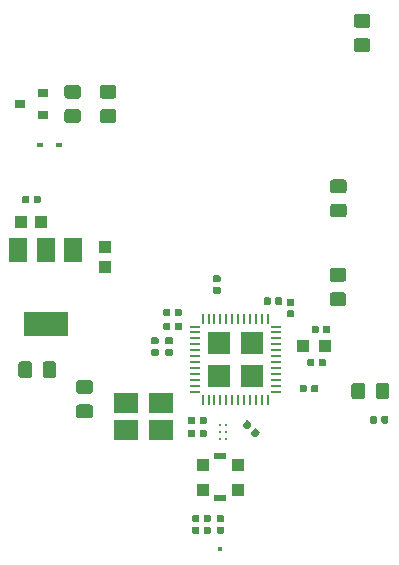
<source format=gbr>
G04 #@! TF.GenerationSoftware,KiCad,Pcbnew,(5.1.5)-3*
G04 #@! TF.CreationDate,2021-07-24T16:01:17-03:00*
G04 #@! TF.ProjectId,relayer_hw,72656c61-7965-4725-9f68-772e6b696361,rev?*
G04 #@! TF.SameCoordinates,Original*
G04 #@! TF.FileFunction,Paste,Bot*
G04 #@! TF.FilePolarity,Positive*
%FSLAX46Y46*%
G04 Gerber Fmt 4.6, Leading zero omitted, Abs format (unit mm)*
G04 Created by KiCad (PCBNEW (5.1.5)-3) date 2021-07-24 16:01:17*
%MOMM*%
%LPD*%
G04 APERTURE LIST*
%ADD10C,0.010000*%
%ADD11R,0.200000X0.200000*%
%ADD12C,0.100000*%
%ADD13R,0.270000X0.870000*%
%ADD14R,0.870000X0.270000*%
%ADD15R,1.000000X1.100000*%
%ADD16R,1.100000X1.000000*%
%ADD17R,0.530000X0.400000*%
%ADD18R,0.900000X0.800000*%
%ADD19R,1.000000X1.000000*%
%ADD20R,1.000000X0.500000*%
%ADD21R,3.800000X2.000000*%
%ADD22R,1.500000X2.000000*%
%ADD23R,0.400000X0.400000*%
%ADD24R,2.100000X1.800000*%
%ADD25R,1.050000X1.100000*%
G04 APERTURE END LIST*
D10*
G36*
X160040000Y-112310000D02*
G01*
X158260000Y-112310000D01*
X158260000Y-114090000D01*
X160040000Y-114090000D01*
X160040000Y-112310000D01*
G37*
X160040000Y-112310000D02*
X158260000Y-112310000D01*
X158260000Y-114090000D01*
X160040000Y-114090000D01*
X160040000Y-112310000D01*
G36*
X157240000Y-112310000D02*
G01*
X155460000Y-112310000D01*
X155460000Y-114090000D01*
X157240000Y-114090000D01*
X157240000Y-112310000D01*
G37*
X157240000Y-112310000D02*
X155460000Y-112310000D01*
X155460000Y-114090000D01*
X157240000Y-114090000D01*
X157240000Y-112310000D01*
G36*
X160040000Y-115110000D02*
G01*
X158260000Y-115110000D01*
X158260000Y-116890000D01*
X160040000Y-116890000D01*
X160040000Y-115110000D01*
G37*
X160040000Y-115110000D02*
X158260000Y-115110000D01*
X158260000Y-116890000D01*
X160040000Y-116890000D01*
X160040000Y-115110000D01*
G36*
X157240000Y-115110000D02*
G01*
X155460000Y-115110000D01*
X155460000Y-116890000D01*
X157240000Y-116890000D01*
X157240000Y-115110000D01*
G37*
X157240000Y-115110000D02*
X155460000Y-115110000D01*
X155460000Y-116890000D01*
X157240000Y-116890000D01*
X157240000Y-115110000D01*
D11*
X157000000Y-121400000D03*
X157000000Y-120810000D03*
X157000000Y-120220000D03*
X156500000Y-120220000D03*
X156500000Y-120810000D03*
X156500000Y-121400000D03*
D12*
G36*
X161596958Y-109380710D02*
G01*
X161611276Y-109382834D01*
X161625317Y-109386351D01*
X161638946Y-109391228D01*
X161652031Y-109397417D01*
X161664447Y-109404858D01*
X161676073Y-109413481D01*
X161686798Y-109423202D01*
X161696519Y-109433927D01*
X161705142Y-109445553D01*
X161712583Y-109457969D01*
X161718772Y-109471054D01*
X161723649Y-109484683D01*
X161727166Y-109498724D01*
X161729290Y-109513042D01*
X161730000Y-109527500D01*
X161730000Y-109872500D01*
X161729290Y-109886958D01*
X161727166Y-109901276D01*
X161723649Y-109915317D01*
X161718772Y-109928946D01*
X161712583Y-109942031D01*
X161705142Y-109954447D01*
X161696519Y-109966073D01*
X161686798Y-109976798D01*
X161676073Y-109986519D01*
X161664447Y-109995142D01*
X161652031Y-110002583D01*
X161638946Y-110008772D01*
X161625317Y-110013649D01*
X161611276Y-110017166D01*
X161596958Y-110019290D01*
X161582500Y-110020000D01*
X161287500Y-110020000D01*
X161273042Y-110019290D01*
X161258724Y-110017166D01*
X161244683Y-110013649D01*
X161231054Y-110008772D01*
X161217969Y-110002583D01*
X161205553Y-109995142D01*
X161193927Y-109986519D01*
X161183202Y-109976798D01*
X161173481Y-109966073D01*
X161164858Y-109954447D01*
X161157417Y-109942031D01*
X161151228Y-109928946D01*
X161146351Y-109915317D01*
X161142834Y-109901276D01*
X161140710Y-109886958D01*
X161140000Y-109872500D01*
X161140000Y-109527500D01*
X161140710Y-109513042D01*
X161142834Y-109498724D01*
X161146351Y-109484683D01*
X161151228Y-109471054D01*
X161157417Y-109457969D01*
X161164858Y-109445553D01*
X161173481Y-109433927D01*
X161183202Y-109423202D01*
X161193927Y-109413481D01*
X161205553Y-109404858D01*
X161217969Y-109397417D01*
X161231054Y-109391228D01*
X161244683Y-109386351D01*
X161258724Y-109382834D01*
X161273042Y-109380710D01*
X161287500Y-109380000D01*
X161582500Y-109380000D01*
X161596958Y-109380710D01*
G37*
G36*
X160626958Y-109380710D02*
G01*
X160641276Y-109382834D01*
X160655317Y-109386351D01*
X160668946Y-109391228D01*
X160682031Y-109397417D01*
X160694447Y-109404858D01*
X160706073Y-109413481D01*
X160716798Y-109423202D01*
X160726519Y-109433927D01*
X160735142Y-109445553D01*
X160742583Y-109457969D01*
X160748772Y-109471054D01*
X160753649Y-109484683D01*
X160757166Y-109498724D01*
X160759290Y-109513042D01*
X160760000Y-109527500D01*
X160760000Y-109872500D01*
X160759290Y-109886958D01*
X160757166Y-109901276D01*
X160753649Y-109915317D01*
X160748772Y-109928946D01*
X160742583Y-109942031D01*
X160735142Y-109954447D01*
X160726519Y-109966073D01*
X160716798Y-109976798D01*
X160706073Y-109986519D01*
X160694447Y-109995142D01*
X160682031Y-110002583D01*
X160668946Y-110008772D01*
X160655317Y-110013649D01*
X160641276Y-110017166D01*
X160626958Y-110019290D01*
X160612500Y-110020000D01*
X160317500Y-110020000D01*
X160303042Y-110019290D01*
X160288724Y-110017166D01*
X160274683Y-110013649D01*
X160261054Y-110008772D01*
X160247969Y-110002583D01*
X160235553Y-109995142D01*
X160223927Y-109986519D01*
X160213202Y-109976798D01*
X160203481Y-109966073D01*
X160194858Y-109954447D01*
X160187417Y-109942031D01*
X160181228Y-109928946D01*
X160176351Y-109915317D01*
X160172834Y-109901276D01*
X160170710Y-109886958D01*
X160170000Y-109872500D01*
X160170000Y-109527500D01*
X160170710Y-109513042D01*
X160172834Y-109498724D01*
X160176351Y-109484683D01*
X160181228Y-109471054D01*
X160187417Y-109457969D01*
X160194858Y-109445553D01*
X160203481Y-109433927D01*
X160213202Y-109423202D01*
X160223927Y-109413481D01*
X160235553Y-109404858D01*
X160247969Y-109397417D01*
X160261054Y-109391228D01*
X160274683Y-109386351D01*
X160288724Y-109382834D01*
X160303042Y-109380710D01*
X160317500Y-109380000D01*
X160612500Y-109380000D01*
X160626958Y-109380710D01*
G37*
D13*
X160500000Y-118030000D03*
X160000000Y-118030000D03*
X159500000Y-118030000D03*
X159000000Y-118030000D03*
X158500000Y-118030000D03*
X158000000Y-118030000D03*
X157500000Y-118030000D03*
X157000000Y-118030000D03*
X156500000Y-118030000D03*
X156000000Y-118030000D03*
X155500000Y-118030000D03*
X155000000Y-118030000D03*
X155000000Y-111170000D03*
X155500000Y-111170000D03*
X156000000Y-111170000D03*
X156500000Y-111170000D03*
X157000000Y-111170000D03*
X157500000Y-111170000D03*
X158000000Y-111170000D03*
X158500000Y-111170000D03*
X159000000Y-111170000D03*
X159500000Y-111170000D03*
X160000000Y-111170000D03*
X160500000Y-111170000D03*
D14*
X161180000Y-111850000D03*
X161180000Y-112350000D03*
X161180000Y-112850000D03*
X161180000Y-113350000D03*
X161180000Y-113850000D03*
X161180000Y-114350000D03*
X161180000Y-114850000D03*
X161180000Y-115350000D03*
X161180000Y-115850000D03*
X161180000Y-116350000D03*
X161180000Y-116850000D03*
X161180000Y-117350000D03*
X154320000Y-117350000D03*
X154320000Y-116850000D03*
X154320000Y-116350000D03*
X154320000Y-115850000D03*
X154320000Y-115350000D03*
X154320000Y-114850000D03*
X154320000Y-114350000D03*
X154320000Y-113850000D03*
X154320000Y-113350000D03*
X154320000Y-112850000D03*
X154320000Y-112350000D03*
X154320000Y-111850000D03*
D12*
G36*
X165661958Y-111780710D02*
G01*
X165676276Y-111782834D01*
X165690317Y-111786351D01*
X165703946Y-111791228D01*
X165717031Y-111797417D01*
X165729447Y-111804858D01*
X165741073Y-111813481D01*
X165751798Y-111823202D01*
X165761519Y-111833927D01*
X165770142Y-111845553D01*
X165777583Y-111857969D01*
X165783772Y-111871054D01*
X165788649Y-111884683D01*
X165792166Y-111898724D01*
X165794290Y-111913042D01*
X165795000Y-111927500D01*
X165795000Y-112272500D01*
X165794290Y-112286958D01*
X165792166Y-112301276D01*
X165788649Y-112315317D01*
X165783772Y-112328946D01*
X165777583Y-112342031D01*
X165770142Y-112354447D01*
X165761519Y-112366073D01*
X165751798Y-112376798D01*
X165741073Y-112386519D01*
X165729447Y-112395142D01*
X165717031Y-112402583D01*
X165703946Y-112408772D01*
X165690317Y-112413649D01*
X165676276Y-112417166D01*
X165661958Y-112419290D01*
X165647500Y-112420000D01*
X165352500Y-112420000D01*
X165338042Y-112419290D01*
X165323724Y-112417166D01*
X165309683Y-112413649D01*
X165296054Y-112408772D01*
X165282969Y-112402583D01*
X165270553Y-112395142D01*
X165258927Y-112386519D01*
X165248202Y-112376798D01*
X165238481Y-112366073D01*
X165229858Y-112354447D01*
X165222417Y-112342031D01*
X165216228Y-112328946D01*
X165211351Y-112315317D01*
X165207834Y-112301276D01*
X165205710Y-112286958D01*
X165205000Y-112272500D01*
X165205000Y-111927500D01*
X165205710Y-111913042D01*
X165207834Y-111898724D01*
X165211351Y-111884683D01*
X165216228Y-111871054D01*
X165222417Y-111857969D01*
X165229858Y-111845553D01*
X165238481Y-111833927D01*
X165248202Y-111823202D01*
X165258927Y-111813481D01*
X165270553Y-111804858D01*
X165282969Y-111797417D01*
X165296054Y-111791228D01*
X165309683Y-111786351D01*
X165323724Y-111782834D01*
X165338042Y-111780710D01*
X165352500Y-111780000D01*
X165647500Y-111780000D01*
X165661958Y-111780710D01*
G37*
G36*
X164691958Y-111780710D02*
G01*
X164706276Y-111782834D01*
X164720317Y-111786351D01*
X164733946Y-111791228D01*
X164747031Y-111797417D01*
X164759447Y-111804858D01*
X164771073Y-111813481D01*
X164781798Y-111823202D01*
X164791519Y-111833927D01*
X164800142Y-111845553D01*
X164807583Y-111857969D01*
X164813772Y-111871054D01*
X164818649Y-111884683D01*
X164822166Y-111898724D01*
X164824290Y-111913042D01*
X164825000Y-111927500D01*
X164825000Y-112272500D01*
X164824290Y-112286958D01*
X164822166Y-112301276D01*
X164818649Y-112315317D01*
X164813772Y-112328946D01*
X164807583Y-112342031D01*
X164800142Y-112354447D01*
X164791519Y-112366073D01*
X164781798Y-112376798D01*
X164771073Y-112386519D01*
X164759447Y-112395142D01*
X164747031Y-112402583D01*
X164733946Y-112408772D01*
X164720317Y-112413649D01*
X164706276Y-112417166D01*
X164691958Y-112419290D01*
X164677500Y-112420000D01*
X164382500Y-112420000D01*
X164368042Y-112419290D01*
X164353724Y-112417166D01*
X164339683Y-112413649D01*
X164326054Y-112408772D01*
X164312969Y-112402583D01*
X164300553Y-112395142D01*
X164288927Y-112386519D01*
X164278202Y-112376798D01*
X164268481Y-112366073D01*
X164259858Y-112354447D01*
X164252417Y-112342031D01*
X164246228Y-112328946D01*
X164241351Y-112315317D01*
X164237834Y-112301276D01*
X164235710Y-112286958D01*
X164235000Y-112272500D01*
X164235000Y-111927500D01*
X164235710Y-111913042D01*
X164237834Y-111898724D01*
X164241351Y-111884683D01*
X164246228Y-111871054D01*
X164252417Y-111857969D01*
X164259858Y-111845553D01*
X164268481Y-111833927D01*
X164278202Y-111823202D01*
X164288927Y-111813481D01*
X164300553Y-111804858D01*
X164312969Y-111797417D01*
X164326054Y-111791228D01*
X164339683Y-111786351D01*
X164353724Y-111782834D01*
X164368042Y-111780710D01*
X164382500Y-111780000D01*
X164677500Y-111780000D01*
X164691958Y-111780710D01*
G37*
G36*
X170596958Y-119430710D02*
G01*
X170611276Y-119432834D01*
X170625317Y-119436351D01*
X170638946Y-119441228D01*
X170652031Y-119447417D01*
X170664447Y-119454858D01*
X170676073Y-119463481D01*
X170686798Y-119473202D01*
X170696519Y-119483927D01*
X170705142Y-119495553D01*
X170712583Y-119507969D01*
X170718772Y-119521054D01*
X170723649Y-119534683D01*
X170727166Y-119548724D01*
X170729290Y-119563042D01*
X170730000Y-119577500D01*
X170730000Y-119922500D01*
X170729290Y-119936958D01*
X170727166Y-119951276D01*
X170723649Y-119965317D01*
X170718772Y-119978946D01*
X170712583Y-119992031D01*
X170705142Y-120004447D01*
X170696519Y-120016073D01*
X170686798Y-120026798D01*
X170676073Y-120036519D01*
X170664447Y-120045142D01*
X170652031Y-120052583D01*
X170638946Y-120058772D01*
X170625317Y-120063649D01*
X170611276Y-120067166D01*
X170596958Y-120069290D01*
X170582500Y-120070000D01*
X170287500Y-120070000D01*
X170273042Y-120069290D01*
X170258724Y-120067166D01*
X170244683Y-120063649D01*
X170231054Y-120058772D01*
X170217969Y-120052583D01*
X170205553Y-120045142D01*
X170193927Y-120036519D01*
X170183202Y-120026798D01*
X170173481Y-120016073D01*
X170164858Y-120004447D01*
X170157417Y-119992031D01*
X170151228Y-119978946D01*
X170146351Y-119965317D01*
X170142834Y-119951276D01*
X170140710Y-119936958D01*
X170140000Y-119922500D01*
X170140000Y-119577500D01*
X170140710Y-119563042D01*
X170142834Y-119548724D01*
X170146351Y-119534683D01*
X170151228Y-119521054D01*
X170157417Y-119507969D01*
X170164858Y-119495553D01*
X170173481Y-119483927D01*
X170183202Y-119473202D01*
X170193927Y-119463481D01*
X170205553Y-119454858D01*
X170217969Y-119447417D01*
X170231054Y-119441228D01*
X170244683Y-119436351D01*
X170258724Y-119432834D01*
X170273042Y-119430710D01*
X170287500Y-119430000D01*
X170582500Y-119430000D01*
X170596958Y-119430710D01*
G37*
G36*
X169626958Y-119430710D02*
G01*
X169641276Y-119432834D01*
X169655317Y-119436351D01*
X169668946Y-119441228D01*
X169682031Y-119447417D01*
X169694447Y-119454858D01*
X169706073Y-119463481D01*
X169716798Y-119473202D01*
X169726519Y-119483927D01*
X169735142Y-119495553D01*
X169742583Y-119507969D01*
X169748772Y-119521054D01*
X169753649Y-119534683D01*
X169757166Y-119548724D01*
X169759290Y-119563042D01*
X169760000Y-119577500D01*
X169760000Y-119922500D01*
X169759290Y-119936958D01*
X169757166Y-119951276D01*
X169753649Y-119965317D01*
X169748772Y-119978946D01*
X169742583Y-119992031D01*
X169735142Y-120004447D01*
X169726519Y-120016073D01*
X169716798Y-120026798D01*
X169706073Y-120036519D01*
X169694447Y-120045142D01*
X169682031Y-120052583D01*
X169668946Y-120058772D01*
X169655317Y-120063649D01*
X169641276Y-120067166D01*
X169626958Y-120069290D01*
X169612500Y-120070000D01*
X169317500Y-120070000D01*
X169303042Y-120069290D01*
X169288724Y-120067166D01*
X169274683Y-120063649D01*
X169261054Y-120058772D01*
X169247969Y-120052583D01*
X169235553Y-120045142D01*
X169223927Y-120036519D01*
X169213202Y-120026798D01*
X169203481Y-120016073D01*
X169194858Y-120004447D01*
X169187417Y-119992031D01*
X169181228Y-119978946D01*
X169176351Y-119965317D01*
X169172834Y-119951276D01*
X169170710Y-119936958D01*
X169170000Y-119922500D01*
X169170000Y-119577500D01*
X169170710Y-119563042D01*
X169172834Y-119548724D01*
X169176351Y-119534683D01*
X169181228Y-119521054D01*
X169187417Y-119507969D01*
X169194858Y-119495553D01*
X169203481Y-119483927D01*
X169213202Y-119473202D01*
X169223927Y-119463481D01*
X169235553Y-119454858D01*
X169247969Y-119447417D01*
X169261054Y-119441228D01*
X169274683Y-119436351D01*
X169288724Y-119432834D01*
X169303042Y-119430710D01*
X169317500Y-119430000D01*
X169612500Y-119430000D01*
X169626958Y-119430710D01*
G37*
G36*
X164326958Y-114580710D02*
G01*
X164341276Y-114582834D01*
X164355317Y-114586351D01*
X164368946Y-114591228D01*
X164382031Y-114597417D01*
X164394447Y-114604858D01*
X164406073Y-114613481D01*
X164416798Y-114623202D01*
X164426519Y-114633927D01*
X164435142Y-114645553D01*
X164442583Y-114657969D01*
X164448772Y-114671054D01*
X164453649Y-114684683D01*
X164457166Y-114698724D01*
X164459290Y-114713042D01*
X164460000Y-114727500D01*
X164460000Y-115072500D01*
X164459290Y-115086958D01*
X164457166Y-115101276D01*
X164453649Y-115115317D01*
X164448772Y-115128946D01*
X164442583Y-115142031D01*
X164435142Y-115154447D01*
X164426519Y-115166073D01*
X164416798Y-115176798D01*
X164406073Y-115186519D01*
X164394447Y-115195142D01*
X164382031Y-115202583D01*
X164368946Y-115208772D01*
X164355317Y-115213649D01*
X164341276Y-115217166D01*
X164326958Y-115219290D01*
X164312500Y-115220000D01*
X164017500Y-115220000D01*
X164003042Y-115219290D01*
X163988724Y-115217166D01*
X163974683Y-115213649D01*
X163961054Y-115208772D01*
X163947969Y-115202583D01*
X163935553Y-115195142D01*
X163923927Y-115186519D01*
X163913202Y-115176798D01*
X163903481Y-115166073D01*
X163894858Y-115154447D01*
X163887417Y-115142031D01*
X163881228Y-115128946D01*
X163876351Y-115115317D01*
X163872834Y-115101276D01*
X163870710Y-115086958D01*
X163870000Y-115072500D01*
X163870000Y-114727500D01*
X163870710Y-114713042D01*
X163872834Y-114698724D01*
X163876351Y-114684683D01*
X163881228Y-114671054D01*
X163887417Y-114657969D01*
X163894858Y-114645553D01*
X163903481Y-114633927D01*
X163913202Y-114623202D01*
X163923927Y-114613481D01*
X163935553Y-114604858D01*
X163947969Y-114597417D01*
X163961054Y-114591228D01*
X163974683Y-114586351D01*
X163988724Y-114582834D01*
X164003042Y-114580710D01*
X164017500Y-114580000D01*
X164312500Y-114580000D01*
X164326958Y-114580710D01*
G37*
G36*
X165296958Y-114580710D02*
G01*
X165311276Y-114582834D01*
X165325317Y-114586351D01*
X165338946Y-114591228D01*
X165352031Y-114597417D01*
X165364447Y-114604858D01*
X165376073Y-114613481D01*
X165386798Y-114623202D01*
X165396519Y-114633927D01*
X165405142Y-114645553D01*
X165412583Y-114657969D01*
X165418772Y-114671054D01*
X165423649Y-114684683D01*
X165427166Y-114698724D01*
X165429290Y-114713042D01*
X165430000Y-114727500D01*
X165430000Y-115072500D01*
X165429290Y-115086958D01*
X165427166Y-115101276D01*
X165423649Y-115115317D01*
X165418772Y-115128946D01*
X165412583Y-115142031D01*
X165405142Y-115154447D01*
X165396519Y-115166073D01*
X165386798Y-115176798D01*
X165376073Y-115186519D01*
X165364447Y-115195142D01*
X165352031Y-115202583D01*
X165338946Y-115208772D01*
X165325317Y-115213649D01*
X165311276Y-115217166D01*
X165296958Y-115219290D01*
X165282500Y-115220000D01*
X164987500Y-115220000D01*
X164973042Y-115219290D01*
X164958724Y-115217166D01*
X164944683Y-115213649D01*
X164931054Y-115208772D01*
X164917969Y-115202583D01*
X164905553Y-115195142D01*
X164893927Y-115186519D01*
X164883202Y-115176798D01*
X164873481Y-115166073D01*
X164864858Y-115154447D01*
X164857417Y-115142031D01*
X164851228Y-115128946D01*
X164846351Y-115115317D01*
X164842834Y-115101276D01*
X164840710Y-115086958D01*
X164840000Y-115072500D01*
X164840000Y-114727500D01*
X164840710Y-114713042D01*
X164842834Y-114698724D01*
X164846351Y-114684683D01*
X164851228Y-114671054D01*
X164857417Y-114657969D01*
X164864858Y-114645553D01*
X164873481Y-114633927D01*
X164883202Y-114623202D01*
X164893927Y-114613481D01*
X164905553Y-114604858D01*
X164917969Y-114597417D01*
X164931054Y-114591228D01*
X164944683Y-114586351D01*
X164958724Y-114582834D01*
X164973042Y-114580710D01*
X164987500Y-114580000D01*
X165282500Y-114580000D01*
X165296958Y-114580710D01*
G37*
G36*
X152141958Y-111530710D02*
G01*
X152156276Y-111532834D01*
X152170317Y-111536351D01*
X152183946Y-111541228D01*
X152197031Y-111547417D01*
X152209447Y-111554858D01*
X152221073Y-111563481D01*
X152231798Y-111573202D01*
X152241519Y-111583927D01*
X152250142Y-111595553D01*
X152257583Y-111607969D01*
X152263772Y-111621054D01*
X152268649Y-111634683D01*
X152272166Y-111648724D01*
X152274290Y-111663042D01*
X152275000Y-111677500D01*
X152275000Y-112022500D01*
X152274290Y-112036958D01*
X152272166Y-112051276D01*
X152268649Y-112065317D01*
X152263772Y-112078946D01*
X152257583Y-112092031D01*
X152250142Y-112104447D01*
X152241519Y-112116073D01*
X152231798Y-112126798D01*
X152221073Y-112136519D01*
X152209447Y-112145142D01*
X152197031Y-112152583D01*
X152183946Y-112158772D01*
X152170317Y-112163649D01*
X152156276Y-112167166D01*
X152141958Y-112169290D01*
X152127500Y-112170000D01*
X151832500Y-112170000D01*
X151818042Y-112169290D01*
X151803724Y-112167166D01*
X151789683Y-112163649D01*
X151776054Y-112158772D01*
X151762969Y-112152583D01*
X151750553Y-112145142D01*
X151738927Y-112136519D01*
X151728202Y-112126798D01*
X151718481Y-112116073D01*
X151709858Y-112104447D01*
X151702417Y-112092031D01*
X151696228Y-112078946D01*
X151691351Y-112065317D01*
X151687834Y-112051276D01*
X151685710Y-112036958D01*
X151685000Y-112022500D01*
X151685000Y-111677500D01*
X151685710Y-111663042D01*
X151687834Y-111648724D01*
X151691351Y-111634683D01*
X151696228Y-111621054D01*
X151702417Y-111607969D01*
X151709858Y-111595553D01*
X151718481Y-111583927D01*
X151728202Y-111573202D01*
X151738927Y-111563481D01*
X151750553Y-111554858D01*
X151762969Y-111547417D01*
X151776054Y-111541228D01*
X151789683Y-111536351D01*
X151803724Y-111532834D01*
X151818042Y-111530710D01*
X151832500Y-111530000D01*
X152127500Y-111530000D01*
X152141958Y-111530710D01*
G37*
G36*
X153111958Y-111530710D02*
G01*
X153126276Y-111532834D01*
X153140317Y-111536351D01*
X153153946Y-111541228D01*
X153167031Y-111547417D01*
X153179447Y-111554858D01*
X153191073Y-111563481D01*
X153201798Y-111573202D01*
X153211519Y-111583927D01*
X153220142Y-111595553D01*
X153227583Y-111607969D01*
X153233772Y-111621054D01*
X153238649Y-111634683D01*
X153242166Y-111648724D01*
X153244290Y-111663042D01*
X153245000Y-111677500D01*
X153245000Y-112022500D01*
X153244290Y-112036958D01*
X153242166Y-112051276D01*
X153238649Y-112065317D01*
X153233772Y-112078946D01*
X153227583Y-112092031D01*
X153220142Y-112104447D01*
X153211519Y-112116073D01*
X153201798Y-112126798D01*
X153191073Y-112136519D01*
X153179447Y-112145142D01*
X153167031Y-112152583D01*
X153153946Y-112158772D01*
X153140317Y-112163649D01*
X153126276Y-112167166D01*
X153111958Y-112169290D01*
X153097500Y-112170000D01*
X152802500Y-112170000D01*
X152788042Y-112169290D01*
X152773724Y-112167166D01*
X152759683Y-112163649D01*
X152746054Y-112158772D01*
X152732969Y-112152583D01*
X152720553Y-112145142D01*
X152708927Y-112136519D01*
X152698202Y-112126798D01*
X152688481Y-112116073D01*
X152679858Y-112104447D01*
X152672417Y-112092031D01*
X152666228Y-112078946D01*
X152661351Y-112065317D01*
X152657834Y-112051276D01*
X152655710Y-112036958D01*
X152655000Y-112022500D01*
X152655000Y-111677500D01*
X152655710Y-111663042D01*
X152657834Y-111648724D01*
X152661351Y-111634683D01*
X152666228Y-111621054D01*
X152672417Y-111607969D01*
X152679858Y-111595553D01*
X152688481Y-111583927D01*
X152698202Y-111573202D01*
X152708927Y-111563481D01*
X152720553Y-111554858D01*
X152732969Y-111547417D01*
X152746054Y-111541228D01*
X152759683Y-111536351D01*
X152773724Y-111532834D01*
X152788042Y-111530710D01*
X152802500Y-111530000D01*
X153097500Y-111530000D01*
X153111958Y-111530710D01*
G37*
G36*
X164646958Y-116780710D02*
G01*
X164661276Y-116782834D01*
X164675317Y-116786351D01*
X164688946Y-116791228D01*
X164702031Y-116797417D01*
X164714447Y-116804858D01*
X164726073Y-116813481D01*
X164736798Y-116823202D01*
X164746519Y-116833927D01*
X164755142Y-116845553D01*
X164762583Y-116857969D01*
X164768772Y-116871054D01*
X164773649Y-116884683D01*
X164777166Y-116898724D01*
X164779290Y-116913042D01*
X164780000Y-116927500D01*
X164780000Y-117272500D01*
X164779290Y-117286958D01*
X164777166Y-117301276D01*
X164773649Y-117315317D01*
X164768772Y-117328946D01*
X164762583Y-117342031D01*
X164755142Y-117354447D01*
X164746519Y-117366073D01*
X164736798Y-117376798D01*
X164726073Y-117386519D01*
X164714447Y-117395142D01*
X164702031Y-117402583D01*
X164688946Y-117408772D01*
X164675317Y-117413649D01*
X164661276Y-117417166D01*
X164646958Y-117419290D01*
X164632500Y-117420000D01*
X164337500Y-117420000D01*
X164323042Y-117419290D01*
X164308724Y-117417166D01*
X164294683Y-117413649D01*
X164281054Y-117408772D01*
X164267969Y-117402583D01*
X164255553Y-117395142D01*
X164243927Y-117386519D01*
X164233202Y-117376798D01*
X164223481Y-117366073D01*
X164214858Y-117354447D01*
X164207417Y-117342031D01*
X164201228Y-117328946D01*
X164196351Y-117315317D01*
X164192834Y-117301276D01*
X164190710Y-117286958D01*
X164190000Y-117272500D01*
X164190000Y-116927500D01*
X164190710Y-116913042D01*
X164192834Y-116898724D01*
X164196351Y-116884683D01*
X164201228Y-116871054D01*
X164207417Y-116857969D01*
X164214858Y-116845553D01*
X164223481Y-116833927D01*
X164233202Y-116823202D01*
X164243927Y-116813481D01*
X164255553Y-116804858D01*
X164267969Y-116797417D01*
X164281054Y-116791228D01*
X164294683Y-116786351D01*
X164308724Y-116782834D01*
X164323042Y-116780710D01*
X164337500Y-116780000D01*
X164632500Y-116780000D01*
X164646958Y-116780710D01*
G37*
G36*
X163676958Y-116780710D02*
G01*
X163691276Y-116782834D01*
X163705317Y-116786351D01*
X163718946Y-116791228D01*
X163732031Y-116797417D01*
X163744447Y-116804858D01*
X163756073Y-116813481D01*
X163766798Y-116823202D01*
X163776519Y-116833927D01*
X163785142Y-116845553D01*
X163792583Y-116857969D01*
X163798772Y-116871054D01*
X163803649Y-116884683D01*
X163807166Y-116898724D01*
X163809290Y-116913042D01*
X163810000Y-116927500D01*
X163810000Y-117272500D01*
X163809290Y-117286958D01*
X163807166Y-117301276D01*
X163803649Y-117315317D01*
X163798772Y-117328946D01*
X163792583Y-117342031D01*
X163785142Y-117354447D01*
X163776519Y-117366073D01*
X163766798Y-117376798D01*
X163756073Y-117386519D01*
X163744447Y-117395142D01*
X163732031Y-117402583D01*
X163718946Y-117408772D01*
X163705317Y-117413649D01*
X163691276Y-117417166D01*
X163676958Y-117419290D01*
X163662500Y-117420000D01*
X163367500Y-117420000D01*
X163353042Y-117419290D01*
X163338724Y-117417166D01*
X163324683Y-117413649D01*
X163311054Y-117408772D01*
X163297969Y-117402583D01*
X163285553Y-117395142D01*
X163273927Y-117386519D01*
X163263202Y-117376798D01*
X163253481Y-117366073D01*
X163244858Y-117354447D01*
X163237417Y-117342031D01*
X163231228Y-117328946D01*
X163226351Y-117315317D01*
X163222834Y-117301276D01*
X163220710Y-117286958D01*
X163220000Y-117272500D01*
X163220000Y-116927500D01*
X163220710Y-116913042D01*
X163222834Y-116898724D01*
X163226351Y-116884683D01*
X163231228Y-116871054D01*
X163237417Y-116857969D01*
X163244858Y-116845553D01*
X163253481Y-116833927D01*
X163263202Y-116823202D01*
X163273927Y-116813481D01*
X163285553Y-116804858D01*
X163297969Y-116797417D01*
X163311054Y-116791228D01*
X163324683Y-116786351D01*
X163338724Y-116782834D01*
X163353042Y-116780710D01*
X163367500Y-116780000D01*
X163662500Y-116780000D01*
X163676958Y-116780710D01*
G37*
G36*
X158789189Y-119783989D02*
G01*
X158803507Y-119786113D01*
X158817548Y-119789630D01*
X158831177Y-119794507D01*
X158844262Y-119800696D01*
X158856678Y-119808137D01*
X158868304Y-119816760D01*
X158879029Y-119826481D01*
X159087625Y-120035077D01*
X159097346Y-120045802D01*
X159105969Y-120057428D01*
X159113410Y-120069844D01*
X159119599Y-120082929D01*
X159124476Y-120096558D01*
X159127993Y-120110599D01*
X159130117Y-120124917D01*
X159130827Y-120139375D01*
X159130117Y-120153833D01*
X159127993Y-120168151D01*
X159124476Y-120182192D01*
X159119599Y-120195821D01*
X159113410Y-120208906D01*
X159105969Y-120221322D01*
X159097346Y-120232948D01*
X159087625Y-120243673D01*
X158843673Y-120487625D01*
X158832948Y-120497346D01*
X158821322Y-120505969D01*
X158808906Y-120513410D01*
X158795821Y-120519599D01*
X158782192Y-120524476D01*
X158768151Y-120527993D01*
X158753833Y-120530117D01*
X158739375Y-120530827D01*
X158724917Y-120530117D01*
X158710599Y-120527993D01*
X158696558Y-120524476D01*
X158682929Y-120519599D01*
X158669844Y-120513410D01*
X158657428Y-120505969D01*
X158645802Y-120497346D01*
X158635077Y-120487625D01*
X158426481Y-120279029D01*
X158416760Y-120268304D01*
X158408137Y-120256678D01*
X158400696Y-120244262D01*
X158394507Y-120231177D01*
X158389630Y-120217548D01*
X158386113Y-120203507D01*
X158383989Y-120189189D01*
X158383279Y-120174731D01*
X158383989Y-120160273D01*
X158386113Y-120145955D01*
X158389630Y-120131914D01*
X158394507Y-120118285D01*
X158400696Y-120105200D01*
X158408137Y-120092784D01*
X158416760Y-120081158D01*
X158426481Y-120070433D01*
X158670433Y-119826481D01*
X158681158Y-119816760D01*
X158692784Y-119808137D01*
X158705200Y-119800696D01*
X158718285Y-119794507D01*
X158731914Y-119789630D01*
X158745955Y-119786113D01*
X158760273Y-119783989D01*
X158774731Y-119783279D01*
X158789189Y-119783989D01*
G37*
G36*
X159475083Y-120469883D02*
G01*
X159489401Y-120472007D01*
X159503442Y-120475524D01*
X159517071Y-120480401D01*
X159530156Y-120486590D01*
X159542572Y-120494031D01*
X159554198Y-120502654D01*
X159564923Y-120512375D01*
X159773519Y-120720971D01*
X159783240Y-120731696D01*
X159791863Y-120743322D01*
X159799304Y-120755738D01*
X159805493Y-120768823D01*
X159810370Y-120782452D01*
X159813887Y-120796493D01*
X159816011Y-120810811D01*
X159816721Y-120825269D01*
X159816011Y-120839727D01*
X159813887Y-120854045D01*
X159810370Y-120868086D01*
X159805493Y-120881715D01*
X159799304Y-120894800D01*
X159791863Y-120907216D01*
X159783240Y-120918842D01*
X159773519Y-120929567D01*
X159529567Y-121173519D01*
X159518842Y-121183240D01*
X159507216Y-121191863D01*
X159494800Y-121199304D01*
X159481715Y-121205493D01*
X159468086Y-121210370D01*
X159454045Y-121213887D01*
X159439727Y-121216011D01*
X159425269Y-121216721D01*
X159410811Y-121216011D01*
X159396493Y-121213887D01*
X159382452Y-121210370D01*
X159368823Y-121205493D01*
X159355738Y-121199304D01*
X159343322Y-121191863D01*
X159331696Y-121183240D01*
X159320971Y-121173519D01*
X159112375Y-120964923D01*
X159102654Y-120954198D01*
X159094031Y-120942572D01*
X159086590Y-120930156D01*
X159080401Y-120917071D01*
X159075524Y-120903442D01*
X159072007Y-120889401D01*
X159069883Y-120875083D01*
X159069173Y-120860625D01*
X159069883Y-120846167D01*
X159072007Y-120831849D01*
X159075524Y-120817808D01*
X159080401Y-120804179D01*
X159086590Y-120791094D01*
X159094031Y-120778678D01*
X159102654Y-120767052D01*
X159112375Y-120756327D01*
X159356327Y-120512375D01*
X159367052Y-120502654D01*
X159378678Y-120494031D01*
X159391094Y-120486590D01*
X159404179Y-120480401D01*
X159417808Y-120475524D01*
X159431849Y-120472007D01*
X159446167Y-120469883D01*
X159460625Y-120469173D01*
X159475083Y-120469883D01*
G37*
G36*
X162636958Y-110490710D02*
G01*
X162651276Y-110492834D01*
X162665317Y-110496351D01*
X162678946Y-110501228D01*
X162692031Y-110507417D01*
X162704447Y-110514858D01*
X162716073Y-110523481D01*
X162726798Y-110533202D01*
X162736519Y-110543927D01*
X162745142Y-110555553D01*
X162752583Y-110567969D01*
X162758772Y-110581054D01*
X162763649Y-110594683D01*
X162767166Y-110608724D01*
X162769290Y-110623042D01*
X162770000Y-110637500D01*
X162770000Y-110932500D01*
X162769290Y-110946958D01*
X162767166Y-110961276D01*
X162763649Y-110975317D01*
X162758772Y-110988946D01*
X162752583Y-111002031D01*
X162745142Y-111014447D01*
X162736519Y-111026073D01*
X162726798Y-111036798D01*
X162716073Y-111046519D01*
X162704447Y-111055142D01*
X162692031Y-111062583D01*
X162678946Y-111068772D01*
X162665317Y-111073649D01*
X162651276Y-111077166D01*
X162636958Y-111079290D01*
X162622500Y-111080000D01*
X162277500Y-111080000D01*
X162263042Y-111079290D01*
X162248724Y-111077166D01*
X162234683Y-111073649D01*
X162221054Y-111068772D01*
X162207969Y-111062583D01*
X162195553Y-111055142D01*
X162183927Y-111046519D01*
X162173202Y-111036798D01*
X162163481Y-111026073D01*
X162154858Y-111014447D01*
X162147417Y-111002031D01*
X162141228Y-110988946D01*
X162136351Y-110975317D01*
X162132834Y-110961276D01*
X162130710Y-110946958D01*
X162130000Y-110932500D01*
X162130000Y-110637500D01*
X162130710Y-110623042D01*
X162132834Y-110608724D01*
X162136351Y-110594683D01*
X162141228Y-110581054D01*
X162147417Y-110567969D01*
X162154858Y-110555553D01*
X162163481Y-110543927D01*
X162173202Y-110533202D01*
X162183927Y-110523481D01*
X162195553Y-110514858D01*
X162207969Y-110507417D01*
X162221054Y-110501228D01*
X162234683Y-110496351D01*
X162248724Y-110492834D01*
X162263042Y-110490710D01*
X162277500Y-110490000D01*
X162622500Y-110490000D01*
X162636958Y-110490710D01*
G37*
G36*
X162636958Y-109520710D02*
G01*
X162651276Y-109522834D01*
X162665317Y-109526351D01*
X162678946Y-109531228D01*
X162692031Y-109537417D01*
X162704447Y-109544858D01*
X162716073Y-109553481D01*
X162726798Y-109563202D01*
X162736519Y-109573927D01*
X162745142Y-109585553D01*
X162752583Y-109597969D01*
X162758772Y-109611054D01*
X162763649Y-109624683D01*
X162767166Y-109638724D01*
X162769290Y-109653042D01*
X162770000Y-109667500D01*
X162770000Y-109962500D01*
X162769290Y-109976958D01*
X162767166Y-109991276D01*
X162763649Y-110005317D01*
X162758772Y-110018946D01*
X162752583Y-110032031D01*
X162745142Y-110044447D01*
X162736519Y-110056073D01*
X162726798Y-110066798D01*
X162716073Y-110076519D01*
X162704447Y-110085142D01*
X162692031Y-110092583D01*
X162678946Y-110098772D01*
X162665317Y-110103649D01*
X162651276Y-110107166D01*
X162636958Y-110109290D01*
X162622500Y-110110000D01*
X162277500Y-110110000D01*
X162263042Y-110109290D01*
X162248724Y-110107166D01*
X162234683Y-110103649D01*
X162221054Y-110098772D01*
X162207969Y-110092583D01*
X162195553Y-110085142D01*
X162183927Y-110076519D01*
X162173202Y-110066798D01*
X162163481Y-110056073D01*
X162154858Y-110044447D01*
X162147417Y-110032031D01*
X162141228Y-110018946D01*
X162136351Y-110005317D01*
X162132834Y-109991276D01*
X162130710Y-109976958D01*
X162130000Y-109962500D01*
X162130000Y-109667500D01*
X162130710Y-109653042D01*
X162132834Y-109638724D01*
X162136351Y-109624683D01*
X162141228Y-109611054D01*
X162147417Y-109597969D01*
X162154858Y-109585553D01*
X162163481Y-109573927D01*
X162173202Y-109563202D01*
X162183927Y-109553481D01*
X162195553Y-109544858D01*
X162207969Y-109537417D01*
X162221054Y-109531228D01*
X162234683Y-109526351D01*
X162248724Y-109522834D01*
X162263042Y-109520710D01*
X162277500Y-109520000D01*
X162622500Y-109520000D01*
X162636958Y-109520710D01*
G37*
G36*
X156386958Y-108490710D02*
G01*
X156401276Y-108492834D01*
X156415317Y-108496351D01*
X156428946Y-108501228D01*
X156442031Y-108507417D01*
X156454447Y-108514858D01*
X156466073Y-108523481D01*
X156476798Y-108533202D01*
X156486519Y-108543927D01*
X156495142Y-108555553D01*
X156502583Y-108567969D01*
X156508772Y-108581054D01*
X156513649Y-108594683D01*
X156517166Y-108608724D01*
X156519290Y-108623042D01*
X156520000Y-108637500D01*
X156520000Y-108932500D01*
X156519290Y-108946958D01*
X156517166Y-108961276D01*
X156513649Y-108975317D01*
X156508772Y-108988946D01*
X156502583Y-109002031D01*
X156495142Y-109014447D01*
X156486519Y-109026073D01*
X156476798Y-109036798D01*
X156466073Y-109046519D01*
X156454447Y-109055142D01*
X156442031Y-109062583D01*
X156428946Y-109068772D01*
X156415317Y-109073649D01*
X156401276Y-109077166D01*
X156386958Y-109079290D01*
X156372500Y-109080000D01*
X156027500Y-109080000D01*
X156013042Y-109079290D01*
X155998724Y-109077166D01*
X155984683Y-109073649D01*
X155971054Y-109068772D01*
X155957969Y-109062583D01*
X155945553Y-109055142D01*
X155933927Y-109046519D01*
X155923202Y-109036798D01*
X155913481Y-109026073D01*
X155904858Y-109014447D01*
X155897417Y-109002031D01*
X155891228Y-108988946D01*
X155886351Y-108975317D01*
X155882834Y-108961276D01*
X155880710Y-108946958D01*
X155880000Y-108932500D01*
X155880000Y-108637500D01*
X155880710Y-108623042D01*
X155882834Y-108608724D01*
X155886351Y-108594683D01*
X155891228Y-108581054D01*
X155897417Y-108567969D01*
X155904858Y-108555553D01*
X155913481Y-108543927D01*
X155923202Y-108533202D01*
X155933927Y-108523481D01*
X155945553Y-108514858D01*
X155957969Y-108507417D01*
X155971054Y-108501228D01*
X155984683Y-108496351D01*
X155998724Y-108492834D01*
X156013042Y-108490710D01*
X156027500Y-108490000D01*
X156372500Y-108490000D01*
X156386958Y-108490710D01*
G37*
G36*
X156386958Y-107520710D02*
G01*
X156401276Y-107522834D01*
X156415317Y-107526351D01*
X156428946Y-107531228D01*
X156442031Y-107537417D01*
X156454447Y-107544858D01*
X156466073Y-107553481D01*
X156476798Y-107563202D01*
X156486519Y-107573927D01*
X156495142Y-107585553D01*
X156502583Y-107597969D01*
X156508772Y-107611054D01*
X156513649Y-107624683D01*
X156517166Y-107638724D01*
X156519290Y-107653042D01*
X156520000Y-107667500D01*
X156520000Y-107962500D01*
X156519290Y-107976958D01*
X156517166Y-107991276D01*
X156513649Y-108005317D01*
X156508772Y-108018946D01*
X156502583Y-108032031D01*
X156495142Y-108044447D01*
X156486519Y-108056073D01*
X156476798Y-108066798D01*
X156466073Y-108076519D01*
X156454447Y-108085142D01*
X156442031Y-108092583D01*
X156428946Y-108098772D01*
X156415317Y-108103649D01*
X156401276Y-108107166D01*
X156386958Y-108109290D01*
X156372500Y-108110000D01*
X156027500Y-108110000D01*
X156013042Y-108109290D01*
X155998724Y-108107166D01*
X155984683Y-108103649D01*
X155971054Y-108098772D01*
X155957969Y-108092583D01*
X155945553Y-108085142D01*
X155933927Y-108076519D01*
X155923202Y-108066798D01*
X155913481Y-108056073D01*
X155904858Y-108044447D01*
X155897417Y-108032031D01*
X155891228Y-108018946D01*
X155886351Y-108005317D01*
X155882834Y-107991276D01*
X155880710Y-107976958D01*
X155880000Y-107962500D01*
X155880000Y-107667500D01*
X155880710Y-107653042D01*
X155882834Y-107638724D01*
X155886351Y-107624683D01*
X155891228Y-107611054D01*
X155897417Y-107597969D01*
X155904858Y-107585553D01*
X155913481Y-107573927D01*
X155923202Y-107563202D01*
X155933927Y-107553481D01*
X155945553Y-107544858D01*
X155957969Y-107537417D01*
X155971054Y-107531228D01*
X155984683Y-107526351D01*
X155998724Y-107522834D01*
X156013042Y-107520710D01*
X156027500Y-107520000D01*
X156372500Y-107520000D01*
X156386958Y-107520710D01*
G37*
G36*
X152336958Y-112770710D02*
G01*
X152351276Y-112772834D01*
X152365317Y-112776351D01*
X152378946Y-112781228D01*
X152392031Y-112787417D01*
X152404447Y-112794858D01*
X152416073Y-112803481D01*
X152426798Y-112813202D01*
X152436519Y-112823927D01*
X152445142Y-112835553D01*
X152452583Y-112847969D01*
X152458772Y-112861054D01*
X152463649Y-112874683D01*
X152467166Y-112888724D01*
X152469290Y-112903042D01*
X152470000Y-112917500D01*
X152470000Y-113212500D01*
X152469290Y-113226958D01*
X152467166Y-113241276D01*
X152463649Y-113255317D01*
X152458772Y-113268946D01*
X152452583Y-113282031D01*
X152445142Y-113294447D01*
X152436519Y-113306073D01*
X152426798Y-113316798D01*
X152416073Y-113326519D01*
X152404447Y-113335142D01*
X152392031Y-113342583D01*
X152378946Y-113348772D01*
X152365317Y-113353649D01*
X152351276Y-113357166D01*
X152336958Y-113359290D01*
X152322500Y-113360000D01*
X151977500Y-113360000D01*
X151963042Y-113359290D01*
X151948724Y-113357166D01*
X151934683Y-113353649D01*
X151921054Y-113348772D01*
X151907969Y-113342583D01*
X151895553Y-113335142D01*
X151883927Y-113326519D01*
X151873202Y-113316798D01*
X151863481Y-113306073D01*
X151854858Y-113294447D01*
X151847417Y-113282031D01*
X151841228Y-113268946D01*
X151836351Y-113255317D01*
X151832834Y-113241276D01*
X151830710Y-113226958D01*
X151830000Y-113212500D01*
X151830000Y-112917500D01*
X151830710Y-112903042D01*
X151832834Y-112888724D01*
X151836351Y-112874683D01*
X151841228Y-112861054D01*
X151847417Y-112847969D01*
X151854858Y-112835553D01*
X151863481Y-112823927D01*
X151873202Y-112813202D01*
X151883927Y-112803481D01*
X151895553Y-112794858D01*
X151907969Y-112787417D01*
X151921054Y-112781228D01*
X151934683Y-112776351D01*
X151948724Y-112772834D01*
X151963042Y-112770710D01*
X151977500Y-112770000D01*
X152322500Y-112770000D01*
X152336958Y-112770710D01*
G37*
G36*
X152336958Y-113740710D02*
G01*
X152351276Y-113742834D01*
X152365317Y-113746351D01*
X152378946Y-113751228D01*
X152392031Y-113757417D01*
X152404447Y-113764858D01*
X152416073Y-113773481D01*
X152426798Y-113783202D01*
X152436519Y-113793927D01*
X152445142Y-113805553D01*
X152452583Y-113817969D01*
X152458772Y-113831054D01*
X152463649Y-113844683D01*
X152467166Y-113858724D01*
X152469290Y-113873042D01*
X152470000Y-113887500D01*
X152470000Y-114182500D01*
X152469290Y-114196958D01*
X152467166Y-114211276D01*
X152463649Y-114225317D01*
X152458772Y-114238946D01*
X152452583Y-114252031D01*
X152445142Y-114264447D01*
X152436519Y-114276073D01*
X152426798Y-114286798D01*
X152416073Y-114296519D01*
X152404447Y-114305142D01*
X152392031Y-114312583D01*
X152378946Y-114318772D01*
X152365317Y-114323649D01*
X152351276Y-114327166D01*
X152336958Y-114329290D01*
X152322500Y-114330000D01*
X151977500Y-114330000D01*
X151963042Y-114329290D01*
X151948724Y-114327166D01*
X151934683Y-114323649D01*
X151921054Y-114318772D01*
X151907969Y-114312583D01*
X151895553Y-114305142D01*
X151883927Y-114296519D01*
X151873202Y-114286798D01*
X151863481Y-114276073D01*
X151854858Y-114264447D01*
X151847417Y-114252031D01*
X151841228Y-114238946D01*
X151836351Y-114225317D01*
X151832834Y-114211276D01*
X151830710Y-114196958D01*
X151830000Y-114182500D01*
X151830000Y-113887500D01*
X151830710Y-113873042D01*
X151832834Y-113858724D01*
X151836351Y-113844683D01*
X151841228Y-113831054D01*
X151847417Y-113817969D01*
X151854858Y-113805553D01*
X151863481Y-113793927D01*
X151873202Y-113783202D01*
X151883927Y-113773481D01*
X151895553Y-113764858D01*
X151907969Y-113757417D01*
X151921054Y-113751228D01*
X151934683Y-113746351D01*
X151948724Y-113742834D01*
X151963042Y-113740710D01*
X151977500Y-113740000D01*
X152322500Y-113740000D01*
X152336958Y-113740710D01*
G37*
D15*
X146700000Y-106850000D03*
X146700000Y-105150000D03*
D12*
G36*
X154226958Y-120580710D02*
G01*
X154241276Y-120582834D01*
X154255317Y-120586351D01*
X154268946Y-120591228D01*
X154282031Y-120597417D01*
X154294447Y-120604858D01*
X154306073Y-120613481D01*
X154316798Y-120623202D01*
X154326519Y-120633927D01*
X154335142Y-120645553D01*
X154342583Y-120657969D01*
X154348772Y-120671054D01*
X154353649Y-120684683D01*
X154357166Y-120698724D01*
X154359290Y-120713042D01*
X154360000Y-120727500D01*
X154360000Y-121072500D01*
X154359290Y-121086958D01*
X154357166Y-121101276D01*
X154353649Y-121115317D01*
X154348772Y-121128946D01*
X154342583Y-121142031D01*
X154335142Y-121154447D01*
X154326519Y-121166073D01*
X154316798Y-121176798D01*
X154306073Y-121186519D01*
X154294447Y-121195142D01*
X154282031Y-121202583D01*
X154268946Y-121208772D01*
X154255317Y-121213649D01*
X154241276Y-121217166D01*
X154226958Y-121219290D01*
X154212500Y-121220000D01*
X153917500Y-121220000D01*
X153903042Y-121219290D01*
X153888724Y-121217166D01*
X153874683Y-121213649D01*
X153861054Y-121208772D01*
X153847969Y-121202583D01*
X153835553Y-121195142D01*
X153823927Y-121186519D01*
X153813202Y-121176798D01*
X153803481Y-121166073D01*
X153794858Y-121154447D01*
X153787417Y-121142031D01*
X153781228Y-121128946D01*
X153776351Y-121115317D01*
X153772834Y-121101276D01*
X153770710Y-121086958D01*
X153770000Y-121072500D01*
X153770000Y-120727500D01*
X153770710Y-120713042D01*
X153772834Y-120698724D01*
X153776351Y-120684683D01*
X153781228Y-120671054D01*
X153787417Y-120657969D01*
X153794858Y-120645553D01*
X153803481Y-120633927D01*
X153813202Y-120623202D01*
X153823927Y-120613481D01*
X153835553Y-120604858D01*
X153847969Y-120597417D01*
X153861054Y-120591228D01*
X153874683Y-120586351D01*
X153888724Y-120582834D01*
X153903042Y-120580710D01*
X153917500Y-120580000D01*
X154212500Y-120580000D01*
X154226958Y-120580710D01*
G37*
G36*
X155196958Y-120580710D02*
G01*
X155211276Y-120582834D01*
X155225317Y-120586351D01*
X155238946Y-120591228D01*
X155252031Y-120597417D01*
X155264447Y-120604858D01*
X155276073Y-120613481D01*
X155286798Y-120623202D01*
X155296519Y-120633927D01*
X155305142Y-120645553D01*
X155312583Y-120657969D01*
X155318772Y-120671054D01*
X155323649Y-120684683D01*
X155327166Y-120698724D01*
X155329290Y-120713042D01*
X155330000Y-120727500D01*
X155330000Y-121072500D01*
X155329290Y-121086958D01*
X155327166Y-121101276D01*
X155323649Y-121115317D01*
X155318772Y-121128946D01*
X155312583Y-121142031D01*
X155305142Y-121154447D01*
X155296519Y-121166073D01*
X155286798Y-121176798D01*
X155276073Y-121186519D01*
X155264447Y-121195142D01*
X155252031Y-121202583D01*
X155238946Y-121208772D01*
X155225317Y-121213649D01*
X155211276Y-121217166D01*
X155196958Y-121219290D01*
X155182500Y-121220000D01*
X154887500Y-121220000D01*
X154873042Y-121219290D01*
X154858724Y-121217166D01*
X154844683Y-121213649D01*
X154831054Y-121208772D01*
X154817969Y-121202583D01*
X154805553Y-121195142D01*
X154793927Y-121186519D01*
X154783202Y-121176798D01*
X154773481Y-121166073D01*
X154764858Y-121154447D01*
X154757417Y-121142031D01*
X154751228Y-121128946D01*
X154746351Y-121115317D01*
X154742834Y-121101276D01*
X154740710Y-121086958D01*
X154740000Y-121072500D01*
X154740000Y-120727500D01*
X154740710Y-120713042D01*
X154742834Y-120698724D01*
X154746351Y-120684683D01*
X154751228Y-120671054D01*
X154757417Y-120657969D01*
X154764858Y-120645553D01*
X154773481Y-120633927D01*
X154783202Y-120623202D01*
X154793927Y-120613481D01*
X154805553Y-120604858D01*
X154817969Y-120597417D01*
X154831054Y-120591228D01*
X154844683Y-120586351D01*
X154858724Y-120582834D01*
X154873042Y-120580710D01*
X154887500Y-120580000D01*
X155182500Y-120580000D01*
X155196958Y-120580710D01*
G37*
G36*
X155196958Y-119480710D02*
G01*
X155211276Y-119482834D01*
X155225317Y-119486351D01*
X155238946Y-119491228D01*
X155252031Y-119497417D01*
X155264447Y-119504858D01*
X155276073Y-119513481D01*
X155286798Y-119523202D01*
X155296519Y-119533927D01*
X155305142Y-119545553D01*
X155312583Y-119557969D01*
X155318772Y-119571054D01*
X155323649Y-119584683D01*
X155327166Y-119598724D01*
X155329290Y-119613042D01*
X155330000Y-119627500D01*
X155330000Y-119972500D01*
X155329290Y-119986958D01*
X155327166Y-120001276D01*
X155323649Y-120015317D01*
X155318772Y-120028946D01*
X155312583Y-120042031D01*
X155305142Y-120054447D01*
X155296519Y-120066073D01*
X155286798Y-120076798D01*
X155276073Y-120086519D01*
X155264447Y-120095142D01*
X155252031Y-120102583D01*
X155238946Y-120108772D01*
X155225317Y-120113649D01*
X155211276Y-120117166D01*
X155196958Y-120119290D01*
X155182500Y-120120000D01*
X154887500Y-120120000D01*
X154873042Y-120119290D01*
X154858724Y-120117166D01*
X154844683Y-120113649D01*
X154831054Y-120108772D01*
X154817969Y-120102583D01*
X154805553Y-120095142D01*
X154793927Y-120086519D01*
X154783202Y-120076798D01*
X154773481Y-120066073D01*
X154764858Y-120054447D01*
X154757417Y-120042031D01*
X154751228Y-120028946D01*
X154746351Y-120015317D01*
X154742834Y-120001276D01*
X154740710Y-119986958D01*
X154740000Y-119972500D01*
X154740000Y-119627500D01*
X154740710Y-119613042D01*
X154742834Y-119598724D01*
X154746351Y-119584683D01*
X154751228Y-119571054D01*
X154757417Y-119557969D01*
X154764858Y-119545553D01*
X154773481Y-119533927D01*
X154783202Y-119523202D01*
X154793927Y-119513481D01*
X154805553Y-119504858D01*
X154817969Y-119497417D01*
X154831054Y-119491228D01*
X154844683Y-119486351D01*
X154858724Y-119482834D01*
X154873042Y-119480710D01*
X154887500Y-119480000D01*
X155182500Y-119480000D01*
X155196958Y-119480710D01*
G37*
G36*
X154226958Y-119480710D02*
G01*
X154241276Y-119482834D01*
X154255317Y-119486351D01*
X154268946Y-119491228D01*
X154282031Y-119497417D01*
X154294447Y-119504858D01*
X154306073Y-119513481D01*
X154316798Y-119523202D01*
X154326519Y-119533927D01*
X154335142Y-119545553D01*
X154342583Y-119557969D01*
X154348772Y-119571054D01*
X154353649Y-119584683D01*
X154357166Y-119598724D01*
X154359290Y-119613042D01*
X154360000Y-119627500D01*
X154360000Y-119972500D01*
X154359290Y-119986958D01*
X154357166Y-120001276D01*
X154353649Y-120015317D01*
X154348772Y-120028946D01*
X154342583Y-120042031D01*
X154335142Y-120054447D01*
X154326519Y-120066073D01*
X154316798Y-120076798D01*
X154306073Y-120086519D01*
X154294447Y-120095142D01*
X154282031Y-120102583D01*
X154268946Y-120108772D01*
X154255317Y-120113649D01*
X154241276Y-120117166D01*
X154226958Y-120119290D01*
X154212500Y-120120000D01*
X153917500Y-120120000D01*
X153903042Y-120119290D01*
X153888724Y-120117166D01*
X153874683Y-120113649D01*
X153861054Y-120108772D01*
X153847969Y-120102583D01*
X153835553Y-120095142D01*
X153823927Y-120086519D01*
X153813202Y-120076798D01*
X153803481Y-120066073D01*
X153794858Y-120054447D01*
X153787417Y-120042031D01*
X153781228Y-120028946D01*
X153776351Y-120015317D01*
X153772834Y-120001276D01*
X153770710Y-119986958D01*
X153770000Y-119972500D01*
X153770000Y-119627500D01*
X153770710Y-119613042D01*
X153772834Y-119598724D01*
X153776351Y-119584683D01*
X153781228Y-119571054D01*
X153787417Y-119557969D01*
X153794858Y-119545553D01*
X153803481Y-119533927D01*
X153813202Y-119523202D01*
X153823927Y-119513481D01*
X153835553Y-119504858D01*
X153847969Y-119497417D01*
X153861054Y-119491228D01*
X153874683Y-119486351D01*
X153888724Y-119482834D01*
X153903042Y-119480710D01*
X153917500Y-119480000D01*
X154212500Y-119480000D01*
X154226958Y-119480710D01*
G37*
D16*
X141350000Y-103000000D03*
X139650000Y-103000000D03*
D12*
G36*
X140176958Y-100780710D02*
G01*
X140191276Y-100782834D01*
X140205317Y-100786351D01*
X140218946Y-100791228D01*
X140232031Y-100797417D01*
X140244447Y-100804858D01*
X140256073Y-100813481D01*
X140266798Y-100823202D01*
X140276519Y-100833927D01*
X140285142Y-100845553D01*
X140292583Y-100857969D01*
X140298772Y-100871054D01*
X140303649Y-100884683D01*
X140307166Y-100898724D01*
X140309290Y-100913042D01*
X140310000Y-100927500D01*
X140310000Y-101272500D01*
X140309290Y-101286958D01*
X140307166Y-101301276D01*
X140303649Y-101315317D01*
X140298772Y-101328946D01*
X140292583Y-101342031D01*
X140285142Y-101354447D01*
X140276519Y-101366073D01*
X140266798Y-101376798D01*
X140256073Y-101386519D01*
X140244447Y-101395142D01*
X140232031Y-101402583D01*
X140218946Y-101408772D01*
X140205317Y-101413649D01*
X140191276Y-101417166D01*
X140176958Y-101419290D01*
X140162500Y-101420000D01*
X139867500Y-101420000D01*
X139853042Y-101419290D01*
X139838724Y-101417166D01*
X139824683Y-101413649D01*
X139811054Y-101408772D01*
X139797969Y-101402583D01*
X139785553Y-101395142D01*
X139773927Y-101386519D01*
X139763202Y-101376798D01*
X139753481Y-101366073D01*
X139744858Y-101354447D01*
X139737417Y-101342031D01*
X139731228Y-101328946D01*
X139726351Y-101315317D01*
X139722834Y-101301276D01*
X139720710Y-101286958D01*
X139720000Y-101272500D01*
X139720000Y-100927500D01*
X139720710Y-100913042D01*
X139722834Y-100898724D01*
X139726351Y-100884683D01*
X139731228Y-100871054D01*
X139737417Y-100857969D01*
X139744858Y-100845553D01*
X139753481Y-100833927D01*
X139763202Y-100823202D01*
X139773927Y-100813481D01*
X139785553Y-100804858D01*
X139797969Y-100797417D01*
X139811054Y-100791228D01*
X139824683Y-100786351D01*
X139838724Y-100782834D01*
X139853042Y-100780710D01*
X139867500Y-100780000D01*
X140162500Y-100780000D01*
X140176958Y-100780710D01*
G37*
G36*
X141146958Y-100780710D02*
G01*
X141161276Y-100782834D01*
X141175317Y-100786351D01*
X141188946Y-100791228D01*
X141202031Y-100797417D01*
X141214447Y-100804858D01*
X141226073Y-100813481D01*
X141236798Y-100823202D01*
X141246519Y-100833927D01*
X141255142Y-100845553D01*
X141262583Y-100857969D01*
X141268772Y-100871054D01*
X141273649Y-100884683D01*
X141277166Y-100898724D01*
X141279290Y-100913042D01*
X141280000Y-100927500D01*
X141280000Y-101272500D01*
X141279290Y-101286958D01*
X141277166Y-101301276D01*
X141273649Y-101315317D01*
X141268772Y-101328946D01*
X141262583Y-101342031D01*
X141255142Y-101354447D01*
X141246519Y-101366073D01*
X141236798Y-101376798D01*
X141226073Y-101386519D01*
X141214447Y-101395142D01*
X141202031Y-101402583D01*
X141188946Y-101408772D01*
X141175317Y-101413649D01*
X141161276Y-101417166D01*
X141146958Y-101419290D01*
X141132500Y-101420000D01*
X140837500Y-101420000D01*
X140823042Y-101419290D01*
X140808724Y-101417166D01*
X140794683Y-101413649D01*
X140781054Y-101408772D01*
X140767969Y-101402583D01*
X140755553Y-101395142D01*
X140743927Y-101386519D01*
X140733202Y-101376798D01*
X140723481Y-101366073D01*
X140714858Y-101354447D01*
X140707417Y-101342031D01*
X140701228Y-101328946D01*
X140696351Y-101315317D01*
X140692834Y-101301276D01*
X140690710Y-101286958D01*
X140690000Y-101272500D01*
X140690000Y-100927500D01*
X140690710Y-100913042D01*
X140692834Y-100898724D01*
X140696351Y-100884683D01*
X140701228Y-100871054D01*
X140707417Y-100857969D01*
X140714858Y-100845553D01*
X140723481Y-100833927D01*
X140733202Y-100823202D01*
X140743927Y-100813481D01*
X140755553Y-100804858D01*
X140767969Y-100797417D01*
X140781054Y-100791228D01*
X140794683Y-100786351D01*
X140808724Y-100782834D01*
X140823042Y-100780710D01*
X140837500Y-100780000D01*
X141132500Y-100780000D01*
X141146958Y-100780710D01*
G37*
D17*
X141200000Y-96500000D03*
X142800000Y-96500000D03*
D18*
X141500000Y-92050000D03*
X141500000Y-93950000D03*
X139500000Y-93000000D03*
D12*
G36*
X166974505Y-101451204D02*
G01*
X166998773Y-101454804D01*
X167022572Y-101460765D01*
X167045671Y-101469030D01*
X167067850Y-101479520D01*
X167088893Y-101492132D01*
X167108599Y-101506747D01*
X167126777Y-101523223D01*
X167143253Y-101541401D01*
X167157868Y-101561107D01*
X167170480Y-101582150D01*
X167180970Y-101604329D01*
X167189235Y-101627428D01*
X167195196Y-101651227D01*
X167198796Y-101675495D01*
X167200000Y-101699999D01*
X167200000Y-102350001D01*
X167198796Y-102374505D01*
X167195196Y-102398773D01*
X167189235Y-102422572D01*
X167180970Y-102445671D01*
X167170480Y-102467850D01*
X167157868Y-102488893D01*
X167143253Y-102508599D01*
X167126777Y-102526777D01*
X167108599Y-102543253D01*
X167088893Y-102557868D01*
X167067850Y-102570480D01*
X167045671Y-102580970D01*
X167022572Y-102589235D01*
X166998773Y-102595196D01*
X166974505Y-102598796D01*
X166950001Y-102600000D01*
X166049999Y-102600000D01*
X166025495Y-102598796D01*
X166001227Y-102595196D01*
X165977428Y-102589235D01*
X165954329Y-102580970D01*
X165932150Y-102570480D01*
X165911107Y-102557868D01*
X165891401Y-102543253D01*
X165873223Y-102526777D01*
X165856747Y-102508599D01*
X165842132Y-102488893D01*
X165829520Y-102467850D01*
X165819030Y-102445671D01*
X165810765Y-102422572D01*
X165804804Y-102398773D01*
X165801204Y-102374505D01*
X165800000Y-102350001D01*
X165800000Y-101699999D01*
X165801204Y-101675495D01*
X165804804Y-101651227D01*
X165810765Y-101627428D01*
X165819030Y-101604329D01*
X165829520Y-101582150D01*
X165842132Y-101561107D01*
X165856747Y-101541401D01*
X165873223Y-101523223D01*
X165891401Y-101506747D01*
X165911107Y-101492132D01*
X165932150Y-101479520D01*
X165954329Y-101469030D01*
X165977428Y-101460765D01*
X166001227Y-101454804D01*
X166025495Y-101451204D01*
X166049999Y-101450000D01*
X166950001Y-101450000D01*
X166974505Y-101451204D01*
G37*
G36*
X166974505Y-99401204D02*
G01*
X166998773Y-99404804D01*
X167022572Y-99410765D01*
X167045671Y-99419030D01*
X167067850Y-99429520D01*
X167088893Y-99442132D01*
X167108599Y-99456747D01*
X167126777Y-99473223D01*
X167143253Y-99491401D01*
X167157868Y-99511107D01*
X167170480Y-99532150D01*
X167180970Y-99554329D01*
X167189235Y-99577428D01*
X167195196Y-99601227D01*
X167198796Y-99625495D01*
X167200000Y-99649999D01*
X167200000Y-100300001D01*
X167198796Y-100324505D01*
X167195196Y-100348773D01*
X167189235Y-100372572D01*
X167180970Y-100395671D01*
X167170480Y-100417850D01*
X167157868Y-100438893D01*
X167143253Y-100458599D01*
X167126777Y-100476777D01*
X167108599Y-100493253D01*
X167088893Y-100507868D01*
X167067850Y-100520480D01*
X167045671Y-100530970D01*
X167022572Y-100539235D01*
X166998773Y-100545196D01*
X166974505Y-100548796D01*
X166950001Y-100550000D01*
X166049999Y-100550000D01*
X166025495Y-100548796D01*
X166001227Y-100545196D01*
X165977428Y-100539235D01*
X165954329Y-100530970D01*
X165932150Y-100520480D01*
X165911107Y-100507868D01*
X165891401Y-100493253D01*
X165873223Y-100476777D01*
X165856747Y-100458599D01*
X165842132Y-100438893D01*
X165829520Y-100417850D01*
X165819030Y-100395671D01*
X165810765Y-100372572D01*
X165804804Y-100348773D01*
X165801204Y-100324505D01*
X165800000Y-100300001D01*
X165800000Y-99649999D01*
X165801204Y-99625495D01*
X165804804Y-99601227D01*
X165810765Y-99577428D01*
X165819030Y-99554329D01*
X165829520Y-99532150D01*
X165842132Y-99511107D01*
X165856747Y-99491401D01*
X165873223Y-99473223D01*
X165891401Y-99456747D01*
X165911107Y-99442132D01*
X165932150Y-99429520D01*
X165954329Y-99419030D01*
X165977428Y-99410765D01*
X166001227Y-99404804D01*
X166025495Y-99401204D01*
X166049999Y-99400000D01*
X166950001Y-99400000D01*
X166974505Y-99401204D01*
G37*
G36*
X166924505Y-108951204D02*
G01*
X166948773Y-108954804D01*
X166972572Y-108960765D01*
X166995671Y-108969030D01*
X167017850Y-108979520D01*
X167038893Y-108992132D01*
X167058599Y-109006747D01*
X167076777Y-109023223D01*
X167093253Y-109041401D01*
X167107868Y-109061107D01*
X167120480Y-109082150D01*
X167130970Y-109104329D01*
X167139235Y-109127428D01*
X167145196Y-109151227D01*
X167148796Y-109175495D01*
X167150000Y-109199999D01*
X167150000Y-109850001D01*
X167148796Y-109874505D01*
X167145196Y-109898773D01*
X167139235Y-109922572D01*
X167130970Y-109945671D01*
X167120480Y-109967850D01*
X167107868Y-109988893D01*
X167093253Y-110008599D01*
X167076777Y-110026777D01*
X167058599Y-110043253D01*
X167038893Y-110057868D01*
X167017850Y-110070480D01*
X166995671Y-110080970D01*
X166972572Y-110089235D01*
X166948773Y-110095196D01*
X166924505Y-110098796D01*
X166900001Y-110100000D01*
X165999999Y-110100000D01*
X165975495Y-110098796D01*
X165951227Y-110095196D01*
X165927428Y-110089235D01*
X165904329Y-110080970D01*
X165882150Y-110070480D01*
X165861107Y-110057868D01*
X165841401Y-110043253D01*
X165823223Y-110026777D01*
X165806747Y-110008599D01*
X165792132Y-109988893D01*
X165779520Y-109967850D01*
X165769030Y-109945671D01*
X165760765Y-109922572D01*
X165754804Y-109898773D01*
X165751204Y-109874505D01*
X165750000Y-109850001D01*
X165750000Y-109199999D01*
X165751204Y-109175495D01*
X165754804Y-109151227D01*
X165760765Y-109127428D01*
X165769030Y-109104329D01*
X165779520Y-109082150D01*
X165792132Y-109061107D01*
X165806747Y-109041401D01*
X165823223Y-109023223D01*
X165841401Y-109006747D01*
X165861107Y-108992132D01*
X165882150Y-108979520D01*
X165904329Y-108969030D01*
X165927428Y-108960765D01*
X165951227Y-108954804D01*
X165975495Y-108951204D01*
X165999999Y-108950000D01*
X166900001Y-108950000D01*
X166924505Y-108951204D01*
G37*
G36*
X166924505Y-106901204D02*
G01*
X166948773Y-106904804D01*
X166972572Y-106910765D01*
X166995671Y-106919030D01*
X167017850Y-106929520D01*
X167038893Y-106942132D01*
X167058599Y-106956747D01*
X167076777Y-106973223D01*
X167093253Y-106991401D01*
X167107868Y-107011107D01*
X167120480Y-107032150D01*
X167130970Y-107054329D01*
X167139235Y-107077428D01*
X167145196Y-107101227D01*
X167148796Y-107125495D01*
X167150000Y-107149999D01*
X167150000Y-107800001D01*
X167148796Y-107824505D01*
X167145196Y-107848773D01*
X167139235Y-107872572D01*
X167130970Y-107895671D01*
X167120480Y-107917850D01*
X167107868Y-107938893D01*
X167093253Y-107958599D01*
X167076777Y-107976777D01*
X167058599Y-107993253D01*
X167038893Y-108007868D01*
X167017850Y-108020480D01*
X166995671Y-108030970D01*
X166972572Y-108039235D01*
X166948773Y-108045196D01*
X166924505Y-108048796D01*
X166900001Y-108050000D01*
X165999999Y-108050000D01*
X165975495Y-108048796D01*
X165951227Y-108045196D01*
X165927428Y-108039235D01*
X165904329Y-108030970D01*
X165882150Y-108020480D01*
X165861107Y-108007868D01*
X165841401Y-107993253D01*
X165823223Y-107976777D01*
X165806747Y-107958599D01*
X165792132Y-107938893D01*
X165779520Y-107917850D01*
X165769030Y-107895671D01*
X165760765Y-107872572D01*
X165754804Y-107848773D01*
X165751204Y-107824505D01*
X165750000Y-107800001D01*
X165750000Y-107149999D01*
X165751204Y-107125495D01*
X165754804Y-107101227D01*
X165760765Y-107077428D01*
X165769030Y-107054329D01*
X165779520Y-107032150D01*
X165792132Y-107011107D01*
X165806747Y-106991401D01*
X165823223Y-106973223D01*
X165841401Y-106956747D01*
X165861107Y-106942132D01*
X165882150Y-106929520D01*
X165904329Y-106919030D01*
X165927428Y-106910765D01*
X165951227Y-106904804D01*
X165975495Y-106901204D01*
X165999999Y-106900000D01*
X166900001Y-106900000D01*
X166924505Y-106901204D01*
G37*
G36*
X168974505Y-87451204D02*
G01*
X168998773Y-87454804D01*
X169022572Y-87460765D01*
X169045671Y-87469030D01*
X169067850Y-87479520D01*
X169088893Y-87492132D01*
X169108599Y-87506747D01*
X169126777Y-87523223D01*
X169143253Y-87541401D01*
X169157868Y-87561107D01*
X169170480Y-87582150D01*
X169180970Y-87604329D01*
X169189235Y-87627428D01*
X169195196Y-87651227D01*
X169198796Y-87675495D01*
X169200000Y-87699999D01*
X169200000Y-88350001D01*
X169198796Y-88374505D01*
X169195196Y-88398773D01*
X169189235Y-88422572D01*
X169180970Y-88445671D01*
X169170480Y-88467850D01*
X169157868Y-88488893D01*
X169143253Y-88508599D01*
X169126777Y-88526777D01*
X169108599Y-88543253D01*
X169088893Y-88557868D01*
X169067850Y-88570480D01*
X169045671Y-88580970D01*
X169022572Y-88589235D01*
X168998773Y-88595196D01*
X168974505Y-88598796D01*
X168950001Y-88600000D01*
X168049999Y-88600000D01*
X168025495Y-88598796D01*
X168001227Y-88595196D01*
X167977428Y-88589235D01*
X167954329Y-88580970D01*
X167932150Y-88570480D01*
X167911107Y-88557868D01*
X167891401Y-88543253D01*
X167873223Y-88526777D01*
X167856747Y-88508599D01*
X167842132Y-88488893D01*
X167829520Y-88467850D01*
X167819030Y-88445671D01*
X167810765Y-88422572D01*
X167804804Y-88398773D01*
X167801204Y-88374505D01*
X167800000Y-88350001D01*
X167800000Y-87699999D01*
X167801204Y-87675495D01*
X167804804Y-87651227D01*
X167810765Y-87627428D01*
X167819030Y-87604329D01*
X167829520Y-87582150D01*
X167842132Y-87561107D01*
X167856747Y-87541401D01*
X167873223Y-87523223D01*
X167891401Y-87506747D01*
X167911107Y-87492132D01*
X167932150Y-87479520D01*
X167954329Y-87469030D01*
X167977428Y-87460765D01*
X168001227Y-87454804D01*
X168025495Y-87451204D01*
X168049999Y-87450000D01*
X168950001Y-87450000D01*
X168974505Y-87451204D01*
G37*
G36*
X168974505Y-85401204D02*
G01*
X168998773Y-85404804D01*
X169022572Y-85410765D01*
X169045671Y-85419030D01*
X169067850Y-85429520D01*
X169088893Y-85442132D01*
X169108599Y-85456747D01*
X169126777Y-85473223D01*
X169143253Y-85491401D01*
X169157868Y-85511107D01*
X169170480Y-85532150D01*
X169180970Y-85554329D01*
X169189235Y-85577428D01*
X169195196Y-85601227D01*
X169198796Y-85625495D01*
X169200000Y-85649999D01*
X169200000Y-86300001D01*
X169198796Y-86324505D01*
X169195196Y-86348773D01*
X169189235Y-86372572D01*
X169180970Y-86395671D01*
X169170480Y-86417850D01*
X169157868Y-86438893D01*
X169143253Y-86458599D01*
X169126777Y-86476777D01*
X169108599Y-86493253D01*
X169088893Y-86507868D01*
X169067850Y-86520480D01*
X169045671Y-86530970D01*
X169022572Y-86539235D01*
X168998773Y-86545196D01*
X168974505Y-86548796D01*
X168950001Y-86550000D01*
X168049999Y-86550000D01*
X168025495Y-86548796D01*
X168001227Y-86545196D01*
X167977428Y-86539235D01*
X167954329Y-86530970D01*
X167932150Y-86520480D01*
X167911107Y-86507868D01*
X167891401Y-86493253D01*
X167873223Y-86476777D01*
X167856747Y-86458599D01*
X167842132Y-86438893D01*
X167829520Y-86417850D01*
X167819030Y-86395671D01*
X167810765Y-86372572D01*
X167804804Y-86348773D01*
X167801204Y-86324505D01*
X167800000Y-86300001D01*
X167800000Y-85649999D01*
X167801204Y-85625495D01*
X167804804Y-85601227D01*
X167810765Y-85577428D01*
X167819030Y-85554329D01*
X167829520Y-85532150D01*
X167842132Y-85511107D01*
X167856747Y-85491401D01*
X167873223Y-85473223D01*
X167891401Y-85456747D01*
X167911107Y-85442132D01*
X167932150Y-85429520D01*
X167954329Y-85419030D01*
X167977428Y-85410765D01*
X168001227Y-85404804D01*
X168025495Y-85401204D01*
X168049999Y-85400000D01*
X168950001Y-85400000D01*
X168974505Y-85401204D01*
G37*
G36*
X170574505Y-116601204D02*
G01*
X170598773Y-116604804D01*
X170622572Y-116610765D01*
X170645671Y-116619030D01*
X170667850Y-116629520D01*
X170688893Y-116642132D01*
X170708599Y-116656747D01*
X170726777Y-116673223D01*
X170743253Y-116691401D01*
X170757868Y-116711107D01*
X170770480Y-116732150D01*
X170780970Y-116754329D01*
X170789235Y-116777428D01*
X170795196Y-116801227D01*
X170798796Y-116825495D01*
X170800000Y-116849999D01*
X170800000Y-117750001D01*
X170798796Y-117774505D01*
X170795196Y-117798773D01*
X170789235Y-117822572D01*
X170780970Y-117845671D01*
X170770480Y-117867850D01*
X170757868Y-117888893D01*
X170743253Y-117908599D01*
X170726777Y-117926777D01*
X170708599Y-117943253D01*
X170688893Y-117957868D01*
X170667850Y-117970480D01*
X170645671Y-117980970D01*
X170622572Y-117989235D01*
X170598773Y-117995196D01*
X170574505Y-117998796D01*
X170550001Y-118000000D01*
X169899999Y-118000000D01*
X169875495Y-117998796D01*
X169851227Y-117995196D01*
X169827428Y-117989235D01*
X169804329Y-117980970D01*
X169782150Y-117970480D01*
X169761107Y-117957868D01*
X169741401Y-117943253D01*
X169723223Y-117926777D01*
X169706747Y-117908599D01*
X169692132Y-117888893D01*
X169679520Y-117867850D01*
X169669030Y-117845671D01*
X169660765Y-117822572D01*
X169654804Y-117798773D01*
X169651204Y-117774505D01*
X169650000Y-117750001D01*
X169650000Y-116849999D01*
X169651204Y-116825495D01*
X169654804Y-116801227D01*
X169660765Y-116777428D01*
X169669030Y-116754329D01*
X169679520Y-116732150D01*
X169692132Y-116711107D01*
X169706747Y-116691401D01*
X169723223Y-116673223D01*
X169741401Y-116656747D01*
X169761107Y-116642132D01*
X169782150Y-116629520D01*
X169804329Y-116619030D01*
X169827428Y-116610765D01*
X169851227Y-116604804D01*
X169875495Y-116601204D01*
X169899999Y-116600000D01*
X170550001Y-116600000D01*
X170574505Y-116601204D01*
G37*
G36*
X168524505Y-116601204D02*
G01*
X168548773Y-116604804D01*
X168572572Y-116610765D01*
X168595671Y-116619030D01*
X168617850Y-116629520D01*
X168638893Y-116642132D01*
X168658599Y-116656747D01*
X168676777Y-116673223D01*
X168693253Y-116691401D01*
X168707868Y-116711107D01*
X168720480Y-116732150D01*
X168730970Y-116754329D01*
X168739235Y-116777428D01*
X168745196Y-116801227D01*
X168748796Y-116825495D01*
X168750000Y-116849999D01*
X168750000Y-117750001D01*
X168748796Y-117774505D01*
X168745196Y-117798773D01*
X168739235Y-117822572D01*
X168730970Y-117845671D01*
X168720480Y-117867850D01*
X168707868Y-117888893D01*
X168693253Y-117908599D01*
X168676777Y-117926777D01*
X168658599Y-117943253D01*
X168638893Y-117957868D01*
X168617850Y-117970480D01*
X168595671Y-117980970D01*
X168572572Y-117989235D01*
X168548773Y-117995196D01*
X168524505Y-117998796D01*
X168500001Y-118000000D01*
X167849999Y-118000000D01*
X167825495Y-117998796D01*
X167801227Y-117995196D01*
X167777428Y-117989235D01*
X167754329Y-117980970D01*
X167732150Y-117970480D01*
X167711107Y-117957868D01*
X167691401Y-117943253D01*
X167673223Y-117926777D01*
X167656747Y-117908599D01*
X167642132Y-117888893D01*
X167629520Y-117867850D01*
X167619030Y-117845671D01*
X167610765Y-117822572D01*
X167604804Y-117798773D01*
X167601204Y-117774505D01*
X167600000Y-117750001D01*
X167600000Y-116849999D01*
X167601204Y-116825495D01*
X167604804Y-116801227D01*
X167610765Y-116777428D01*
X167619030Y-116754329D01*
X167629520Y-116732150D01*
X167642132Y-116711107D01*
X167656747Y-116691401D01*
X167673223Y-116673223D01*
X167691401Y-116656747D01*
X167711107Y-116642132D01*
X167732150Y-116629520D01*
X167754329Y-116619030D01*
X167777428Y-116610765D01*
X167801227Y-116604804D01*
X167825495Y-116601204D01*
X167849999Y-116600000D01*
X168500001Y-116600000D01*
X168524505Y-116601204D01*
G37*
G36*
X144474505Y-93451204D02*
G01*
X144498773Y-93454804D01*
X144522572Y-93460765D01*
X144545671Y-93469030D01*
X144567850Y-93479520D01*
X144588893Y-93492132D01*
X144608599Y-93506747D01*
X144626777Y-93523223D01*
X144643253Y-93541401D01*
X144657868Y-93561107D01*
X144670480Y-93582150D01*
X144680970Y-93604329D01*
X144689235Y-93627428D01*
X144695196Y-93651227D01*
X144698796Y-93675495D01*
X144700000Y-93699999D01*
X144700000Y-94350001D01*
X144698796Y-94374505D01*
X144695196Y-94398773D01*
X144689235Y-94422572D01*
X144680970Y-94445671D01*
X144670480Y-94467850D01*
X144657868Y-94488893D01*
X144643253Y-94508599D01*
X144626777Y-94526777D01*
X144608599Y-94543253D01*
X144588893Y-94557868D01*
X144567850Y-94570480D01*
X144545671Y-94580970D01*
X144522572Y-94589235D01*
X144498773Y-94595196D01*
X144474505Y-94598796D01*
X144450001Y-94600000D01*
X143549999Y-94600000D01*
X143525495Y-94598796D01*
X143501227Y-94595196D01*
X143477428Y-94589235D01*
X143454329Y-94580970D01*
X143432150Y-94570480D01*
X143411107Y-94557868D01*
X143391401Y-94543253D01*
X143373223Y-94526777D01*
X143356747Y-94508599D01*
X143342132Y-94488893D01*
X143329520Y-94467850D01*
X143319030Y-94445671D01*
X143310765Y-94422572D01*
X143304804Y-94398773D01*
X143301204Y-94374505D01*
X143300000Y-94350001D01*
X143300000Y-93699999D01*
X143301204Y-93675495D01*
X143304804Y-93651227D01*
X143310765Y-93627428D01*
X143319030Y-93604329D01*
X143329520Y-93582150D01*
X143342132Y-93561107D01*
X143356747Y-93541401D01*
X143373223Y-93523223D01*
X143391401Y-93506747D01*
X143411107Y-93492132D01*
X143432150Y-93479520D01*
X143454329Y-93469030D01*
X143477428Y-93460765D01*
X143501227Y-93454804D01*
X143525495Y-93451204D01*
X143549999Y-93450000D01*
X144450001Y-93450000D01*
X144474505Y-93451204D01*
G37*
G36*
X144474505Y-91401204D02*
G01*
X144498773Y-91404804D01*
X144522572Y-91410765D01*
X144545671Y-91419030D01*
X144567850Y-91429520D01*
X144588893Y-91442132D01*
X144608599Y-91456747D01*
X144626777Y-91473223D01*
X144643253Y-91491401D01*
X144657868Y-91511107D01*
X144670480Y-91532150D01*
X144680970Y-91554329D01*
X144689235Y-91577428D01*
X144695196Y-91601227D01*
X144698796Y-91625495D01*
X144700000Y-91649999D01*
X144700000Y-92300001D01*
X144698796Y-92324505D01*
X144695196Y-92348773D01*
X144689235Y-92372572D01*
X144680970Y-92395671D01*
X144670480Y-92417850D01*
X144657868Y-92438893D01*
X144643253Y-92458599D01*
X144626777Y-92476777D01*
X144608599Y-92493253D01*
X144588893Y-92507868D01*
X144567850Y-92520480D01*
X144545671Y-92530970D01*
X144522572Y-92539235D01*
X144498773Y-92545196D01*
X144474505Y-92548796D01*
X144450001Y-92550000D01*
X143549999Y-92550000D01*
X143525495Y-92548796D01*
X143501227Y-92545196D01*
X143477428Y-92539235D01*
X143454329Y-92530970D01*
X143432150Y-92520480D01*
X143411107Y-92507868D01*
X143391401Y-92493253D01*
X143373223Y-92476777D01*
X143356747Y-92458599D01*
X143342132Y-92438893D01*
X143329520Y-92417850D01*
X143319030Y-92395671D01*
X143310765Y-92372572D01*
X143304804Y-92348773D01*
X143301204Y-92324505D01*
X143300000Y-92300001D01*
X143300000Y-91649999D01*
X143301204Y-91625495D01*
X143304804Y-91601227D01*
X143310765Y-91577428D01*
X143319030Y-91554329D01*
X143329520Y-91532150D01*
X143342132Y-91511107D01*
X143356747Y-91491401D01*
X143373223Y-91473223D01*
X143391401Y-91456747D01*
X143411107Y-91442132D01*
X143432150Y-91429520D01*
X143454329Y-91419030D01*
X143477428Y-91410765D01*
X143501227Y-91404804D01*
X143525495Y-91401204D01*
X143549999Y-91400000D01*
X144450001Y-91400000D01*
X144474505Y-91401204D01*
G37*
G36*
X147474505Y-93451204D02*
G01*
X147498773Y-93454804D01*
X147522572Y-93460765D01*
X147545671Y-93469030D01*
X147567850Y-93479520D01*
X147588893Y-93492132D01*
X147608599Y-93506747D01*
X147626777Y-93523223D01*
X147643253Y-93541401D01*
X147657868Y-93561107D01*
X147670480Y-93582150D01*
X147680970Y-93604329D01*
X147689235Y-93627428D01*
X147695196Y-93651227D01*
X147698796Y-93675495D01*
X147700000Y-93699999D01*
X147700000Y-94350001D01*
X147698796Y-94374505D01*
X147695196Y-94398773D01*
X147689235Y-94422572D01*
X147680970Y-94445671D01*
X147670480Y-94467850D01*
X147657868Y-94488893D01*
X147643253Y-94508599D01*
X147626777Y-94526777D01*
X147608599Y-94543253D01*
X147588893Y-94557868D01*
X147567850Y-94570480D01*
X147545671Y-94580970D01*
X147522572Y-94589235D01*
X147498773Y-94595196D01*
X147474505Y-94598796D01*
X147450001Y-94600000D01*
X146549999Y-94600000D01*
X146525495Y-94598796D01*
X146501227Y-94595196D01*
X146477428Y-94589235D01*
X146454329Y-94580970D01*
X146432150Y-94570480D01*
X146411107Y-94557868D01*
X146391401Y-94543253D01*
X146373223Y-94526777D01*
X146356747Y-94508599D01*
X146342132Y-94488893D01*
X146329520Y-94467850D01*
X146319030Y-94445671D01*
X146310765Y-94422572D01*
X146304804Y-94398773D01*
X146301204Y-94374505D01*
X146300000Y-94350001D01*
X146300000Y-93699999D01*
X146301204Y-93675495D01*
X146304804Y-93651227D01*
X146310765Y-93627428D01*
X146319030Y-93604329D01*
X146329520Y-93582150D01*
X146342132Y-93561107D01*
X146356747Y-93541401D01*
X146373223Y-93523223D01*
X146391401Y-93506747D01*
X146411107Y-93492132D01*
X146432150Y-93479520D01*
X146454329Y-93469030D01*
X146477428Y-93460765D01*
X146501227Y-93454804D01*
X146525495Y-93451204D01*
X146549999Y-93450000D01*
X147450001Y-93450000D01*
X147474505Y-93451204D01*
G37*
G36*
X147474505Y-91401204D02*
G01*
X147498773Y-91404804D01*
X147522572Y-91410765D01*
X147545671Y-91419030D01*
X147567850Y-91429520D01*
X147588893Y-91442132D01*
X147608599Y-91456747D01*
X147626777Y-91473223D01*
X147643253Y-91491401D01*
X147657868Y-91511107D01*
X147670480Y-91532150D01*
X147680970Y-91554329D01*
X147689235Y-91577428D01*
X147695196Y-91601227D01*
X147698796Y-91625495D01*
X147700000Y-91649999D01*
X147700000Y-92300001D01*
X147698796Y-92324505D01*
X147695196Y-92348773D01*
X147689235Y-92372572D01*
X147680970Y-92395671D01*
X147670480Y-92417850D01*
X147657868Y-92438893D01*
X147643253Y-92458599D01*
X147626777Y-92476777D01*
X147608599Y-92493253D01*
X147588893Y-92507868D01*
X147567850Y-92520480D01*
X147545671Y-92530970D01*
X147522572Y-92539235D01*
X147498773Y-92545196D01*
X147474505Y-92548796D01*
X147450001Y-92550000D01*
X146549999Y-92550000D01*
X146525495Y-92548796D01*
X146501227Y-92545196D01*
X146477428Y-92539235D01*
X146454329Y-92530970D01*
X146432150Y-92520480D01*
X146411107Y-92507868D01*
X146391401Y-92493253D01*
X146373223Y-92476777D01*
X146356747Y-92458599D01*
X146342132Y-92438893D01*
X146329520Y-92417850D01*
X146319030Y-92395671D01*
X146310765Y-92372572D01*
X146304804Y-92348773D01*
X146301204Y-92324505D01*
X146300000Y-92300001D01*
X146300000Y-91649999D01*
X146301204Y-91625495D01*
X146304804Y-91601227D01*
X146310765Y-91577428D01*
X146319030Y-91554329D01*
X146329520Y-91532150D01*
X146342132Y-91511107D01*
X146356747Y-91491401D01*
X146373223Y-91473223D01*
X146391401Y-91456747D01*
X146411107Y-91442132D01*
X146432150Y-91429520D01*
X146454329Y-91419030D01*
X146477428Y-91410765D01*
X146501227Y-91404804D01*
X146525495Y-91401204D01*
X146549999Y-91400000D01*
X147450001Y-91400000D01*
X147474505Y-91401204D01*
G37*
G36*
X145474505Y-118451204D02*
G01*
X145498773Y-118454804D01*
X145522572Y-118460765D01*
X145545671Y-118469030D01*
X145567850Y-118479520D01*
X145588893Y-118492132D01*
X145608599Y-118506747D01*
X145626777Y-118523223D01*
X145643253Y-118541401D01*
X145657868Y-118561107D01*
X145670480Y-118582150D01*
X145680970Y-118604329D01*
X145689235Y-118627428D01*
X145695196Y-118651227D01*
X145698796Y-118675495D01*
X145700000Y-118699999D01*
X145700000Y-119350001D01*
X145698796Y-119374505D01*
X145695196Y-119398773D01*
X145689235Y-119422572D01*
X145680970Y-119445671D01*
X145670480Y-119467850D01*
X145657868Y-119488893D01*
X145643253Y-119508599D01*
X145626777Y-119526777D01*
X145608599Y-119543253D01*
X145588893Y-119557868D01*
X145567850Y-119570480D01*
X145545671Y-119580970D01*
X145522572Y-119589235D01*
X145498773Y-119595196D01*
X145474505Y-119598796D01*
X145450001Y-119600000D01*
X144549999Y-119600000D01*
X144525495Y-119598796D01*
X144501227Y-119595196D01*
X144477428Y-119589235D01*
X144454329Y-119580970D01*
X144432150Y-119570480D01*
X144411107Y-119557868D01*
X144391401Y-119543253D01*
X144373223Y-119526777D01*
X144356747Y-119508599D01*
X144342132Y-119488893D01*
X144329520Y-119467850D01*
X144319030Y-119445671D01*
X144310765Y-119422572D01*
X144304804Y-119398773D01*
X144301204Y-119374505D01*
X144300000Y-119350001D01*
X144300000Y-118699999D01*
X144301204Y-118675495D01*
X144304804Y-118651227D01*
X144310765Y-118627428D01*
X144319030Y-118604329D01*
X144329520Y-118582150D01*
X144342132Y-118561107D01*
X144356747Y-118541401D01*
X144373223Y-118523223D01*
X144391401Y-118506747D01*
X144411107Y-118492132D01*
X144432150Y-118479520D01*
X144454329Y-118469030D01*
X144477428Y-118460765D01*
X144501227Y-118454804D01*
X144525495Y-118451204D01*
X144549999Y-118450000D01*
X145450001Y-118450000D01*
X145474505Y-118451204D01*
G37*
G36*
X145474505Y-116401204D02*
G01*
X145498773Y-116404804D01*
X145522572Y-116410765D01*
X145545671Y-116419030D01*
X145567850Y-116429520D01*
X145588893Y-116442132D01*
X145608599Y-116456747D01*
X145626777Y-116473223D01*
X145643253Y-116491401D01*
X145657868Y-116511107D01*
X145670480Y-116532150D01*
X145680970Y-116554329D01*
X145689235Y-116577428D01*
X145695196Y-116601227D01*
X145698796Y-116625495D01*
X145700000Y-116649999D01*
X145700000Y-117300001D01*
X145698796Y-117324505D01*
X145695196Y-117348773D01*
X145689235Y-117372572D01*
X145680970Y-117395671D01*
X145670480Y-117417850D01*
X145657868Y-117438893D01*
X145643253Y-117458599D01*
X145626777Y-117476777D01*
X145608599Y-117493253D01*
X145588893Y-117507868D01*
X145567850Y-117520480D01*
X145545671Y-117530970D01*
X145522572Y-117539235D01*
X145498773Y-117545196D01*
X145474505Y-117548796D01*
X145450001Y-117550000D01*
X144549999Y-117550000D01*
X144525495Y-117548796D01*
X144501227Y-117545196D01*
X144477428Y-117539235D01*
X144454329Y-117530970D01*
X144432150Y-117520480D01*
X144411107Y-117507868D01*
X144391401Y-117493253D01*
X144373223Y-117476777D01*
X144356747Y-117458599D01*
X144342132Y-117438893D01*
X144329520Y-117417850D01*
X144319030Y-117395671D01*
X144310765Y-117372572D01*
X144304804Y-117348773D01*
X144301204Y-117324505D01*
X144300000Y-117300001D01*
X144300000Y-116649999D01*
X144301204Y-116625495D01*
X144304804Y-116601227D01*
X144310765Y-116577428D01*
X144319030Y-116554329D01*
X144329520Y-116532150D01*
X144342132Y-116511107D01*
X144356747Y-116491401D01*
X144373223Y-116473223D01*
X144391401Y-116456747D01*
X144411107Y-116442132D01*
X144432150Y-116429520D01*
X144454329Y-116419030D01*
X144477428Y-116410765D01*
X144501227Y-116404804D01*
X144525495Y-116401204D01*
X144549999Y-116400000D01*
X145450001Y-116400000D01*
X145474505Y-116401204D01*
G37*
G36*
X140324505Y-114801204D02*
G01*
X140348773Y-114804804D01*
X140372572Y-114810765D01*
X140395671Y-114819030D01*
X140417850Y-114829520D01*
X140438893Y-114842132D01*
X140458599Y-114856747D01*
X140476777Y-114873223D01*
X140493253Y-114891401D01*
X140507868Y-114911107D01*
X140520480Y-114932150D01*
X140530970Y-114954329D01*
X140539235Y-114977428D01*
X140545196Y-115001227D01*
X140548796Y-115025495D01*
X140550000Y-115049999D01*
X140550000Y-115950001D01*
X140548796Y-115974505D01*
X140545196Y-115998773D01*
X140539235Y-116022572D01*
X140530970Y-116045671D01*
X140520480Y-116067850D01*
X140507868Y-116088893D01*
X140493253Y-116108599D01*
X140476777Y-116126777D01*
X140458599Y-116143253D01*
X140438893Y-116157868D01*
X140417850Y-116170480D01*
X140395671Y-116180970D01*
X140372572Y-116189235D01*
X140348773Y-116195196D01*
X140324505Y-116198796D01*
X140300001Y-116200000D01*
X139649999Y-116200000D01*
X139625495Y-116198796D01*
X139601227Y-116195196D01*
X139577428Y-116189235D01*
X139554329Y-116180970D01*
X139532150Y-116170480D01*
X139511107Y-116157868D01*
X139491401Y-116143253D01*
X139473223Y-116126777D01*
X139456747Y-116108599D01*
X139442132Y-116088893D01*
X139429520Y-116067850D01*
X139419030Y-116045671D01*
X139410765Y-116022572D01*
X139404804Y-115998773D01*
X139401204Y-115974505D01*
X139400000Y-115950001D01*
X139400000Y-115049999D01*
X139401204Y-115025495D01*
X139404804Y-115001227D01*
X139410765Y-114977428D01*
X139419030Y-114954329D01*
X139429520Y-114932150D01*
X139442132Y-114911107D01*
X139456747Y-114891401D01*
X139473223Y-114873223D01*
X139491401Y-114856747D01*
X139511107Y-114842132D01*
X139532150Y-114829520D01*
X139554329Y-114819030D01*
X139577428Y-114810765D01*
X139601227Y-114804804D01*
X139625495Y-114801204D01*
X139649999Y-114800000D01*
X140300001Y-114800000D01*
X140324505Y-114801204D01*
G37*
G36*
X142374505Y-114801204D02*
G01*
X142398773Y-114804804D01*
X142422572Y-114810765D01*
X142445671Y-114819030D01*
X142467850Y-114829520D01*
X142488893Y-114842132D01*
X142508599Y-114856747D01*
X142526777Y-114873223D01*
X142543253Y-114891401D01*
X142557868Y-114911107D01*
X142570480Y-114932150D01*
X142580970Y-114954329D01*
X142589235Y-114977428D01*
X142595196Y-115001227D01*
X142598796Y-115025495D01*
X142600000Y-115049999D01*
X142600000Y-115950001D01*
X142598796Y-115974505D01*
X142595196Y-115998773D01*
X142589235Y-116022572D01*
X142580970Y-116045671D01*
X142570480Y-116067850D01*
X142557868Y-116088893D01*
X142543253Y-116108599D01*
X142526777Y-116126777D01*
X142508599Y-116143253D01*
X142488893Y-116157868D01*
X142467850Y-116170480D01*
X142445671Y-116180970D01*
X142422572Y-116189235D01*
X142398773Y-116195196D01*
X142374505Y-116198796D01*
X142350001Y-116200000D01*
X141699999Y-116200000D01*
X141675495Y-116198796D01*
X141651227Y-116195196D01*
X141627428Y-116189235D01*
X141604329Y-116180970D01*
X141582150Y-116170480D01*
X141561107Y-116157868D01*
X141541401Y-116143253D01*
X141523223Y-116126777D01*
X141506747Y-116108599D01*
X141492132Y-116088893D01*
X141479520Y-116067850D01*
X141469030Y-116045671D01*
X141460765Y-116022572D01*
X141454804Y-115998773D01*
X141451204Y-115974505D01*
X141450000Y-115950001D01*
X141450000Y-115049999D01*
X141451204Y-115025495D01*
X141454804Y-115001227D01*
X141460765Y-114977428D01*
X141469030Y-114954329D01*
X141479520Y-114932150D01*
X141492132Y-114911107D01*
X141506747Y-114891401D01*
X141523223Y-114873223D01*
X141541401Y-114856747D01*
X141561107Y-114842132D01*
X141582150Y-114829520D01*
X141604329Y-114819030D01*
X141627428Y-114810765D01*
X141651227Y-114804804D01*
X141675495Y-114801204D01*
X141699999Y-114800000D01*
X142350001Y-114800000D01*
X142374505Y-114801204D01*
G37*
D19*
X155000000Y-125650000D03*
X158000000Y-125650000D03*
X158000000Y-123550000D03*
X155000000Y-123550000D03*
D20*
X156490000Y-122800000D03*
X156500000Y-126400000D03*
D21*
X141700000Y-111650000D03*
D22*
X141700000Y-105350000D03*
X144000000Y-105350000D03*
X139400000Y-105350000D03*
D12*
G36*
X155546958Y-127780710D02*
G01*
X155561276Y-127782834D01*
X155575317Y-127786351D01*
X155588946Y-127791228D01*
X155602031Y-127797417D01*
X155614447Y-127804858D01*
X155626073Y-127813481D01*
X155636798Y-127823202D01*
X155646519Y-127833927D01*
X155655142Y-127845553D01*
X155662583Y-127857969D01*
X155668772Y-127871054D01*
X155673649Y-127884683D01*
X155677166Y-127898724D01*
X155679290Y-127913042D01*
X155680000Y-127927500D01*
X155680000Y-128272500D01*
X155679290Y-128286958D01*
X155677166Y-128301276D01*
X155673649Y-128315317D01*
X155668772Y-128328946D01*
X155662583Y-128342031D01*
X155655142Y-128354447D01*
X155646519Y-128366073D01*
X155636798Y-128376798D01*
X155626073Y-128386519D01*
X155614447Y-128395142D01*
X155602031Y-128402583D01*
X155588946Y-128408772D01*
X155575317Y-128413649D01*
X155561276Y-128417166D01*
X155546958Y-128419290D01*
X155532500Y-128420000D01*
X155237500Y-128420000D01*
X155223042Y-128419290D01*
X155208724Y-128417166D01*
X155194683Y-128413649D01*
X155181054Y-128408772D01*
X155167969Y-128402583D01*
X155155553Y-128395142D01*
X155143927Y-128386519D01*
X155133202Y-128376798D01*
X155123481Y-128366073D01*
X155114858Y-128354447D01*
X155107417Y-128342031D01*
X155101228Y-128328946D01*
X155096351Y-128315317D01*
X155092834Y-128301276D01*
X155090710Y-128286958D01*
X155090000Y-128272500D01*
X155090000Y-127927500D01*
X155090710Y-127913042D01*
X155092834Y-127898724D01*
X155096351Y-127884683D01*
X155101228Y-127871054D01*
X155107417Y-127857969D01*
X155114858Y-127845553D01*
X155123481Y-127833927D01*
X155133202Y-127823202D01*
X155143927Y-127813481D01*
X155155553Y-127804858D01*
X155167969Y-127797417D01*
X155181054Y-127791228D01*
X155194683Y-127786351D01*
X155208724Y-127782834D01*
X155223042Y-127780710D01*
X155237500Y-127780000D01*
X155532500Y-127780000D01*
X155546958Y-127780710D01*
G37*
G36*
X154576958Y-127780710D02*
G01*
X154591276Y-127782834D01*
X154605317Y-127786351D01*
X154618946Y-127791228D01*
X154632031Y-127797417D01*
X154644447Y-127804858D01*
X154656073Y-127813481D01*
X154666798Y-127823202D01*
X154676519Y-127833927D01*
X154685142Y-127845553D01*
X154692583Y-127857969D01*
X154698772Y-127871054D01*
X154703649Y-127884683D01*
X154707166Y-127898724D01*
X154709290Y-127913042D01*
X154710000Y-127927500D01*
X154710000Y-128272500D01*
X154709290Y-128286958D01*
X154707166Y-128301276D01*
X154703649Y-128315317D01*
X154698772Y-128328946D01*
X154692583Y-128342031D01*
X154685142Y-128354447D01*
X154676519Y-128366073D01*
X154666798Y-128376798D01*
X154656073Y-128386519D01*
X154644447Y-128395142D01*
X154632031Y-128402583D01*
X154618946Y-128408772D01*
X154605317Y-128413649D01*
X154591276Y-128417166D01*
X154576958Y-128419290D01*
X154562500Y-128420000D01*
X154267500Y-128420000D01*
X154253042Y-128419290D01*
X154238724Y-128417166D01*
X154224683Y-128413649D01*
X154211054Y-128408772D01*
X154197969Y-128402583D01*
X154185553Y-128395142D01*
X154173927Y-128386519D01*
X154163202Y-128376798D01*
X154153481Y-128366073D01*
X154144858Y-128354447D01*
X154137417Y-128342031D01*
X154131228Y-128328946D01*
X154126351Y-128315317D01*
X154122834Y-128301276D01*
X154120710Y-128286958D01*
X154120000Y-128272500D01*
X154120000Y-127927500D01*
X154120710Y-127913042D01*
X154122834Y-127898724D01*
X154126351Y-127884683D01*
X154131228Y-127871054D01*
X154137417Y-127857969D01*
X154144858Y-127845553D01*
X154153481Y-127833927D01*
X154163202Y-127823202D01*
X154173927Y-127813481D01*
X154185553Y-127804858D01*
X154197969Y-127797417D01*
X154211054Y-127791228D01*
X154224683Y-127786351D01*
X154238724Y-127782834D01*
X154253042Y-127780710D01*
X154267500Y-127780000D01*
X154562500Y-127780000D01*
X154576958Y-127780710D01*
G37*
G36*
X156686958Y-128790710D02*
G01*
X156701276Y-128792834D01*
X156715317Y-128796351D01*
X156728946Y-128801228D01*
X156742031Y-128807417D01*
X156754447Y-128814858D01*
X156766073Y-128823481D01*
X156776798Y-128833202D01*
X156786519Y-128843927D01*
X156795142Y-128855553D01*
X156802583Y-128867969D01*
X156808772Y-128881054D01*
X156813649Y-128894683D01*
X156817166Y-128908724D01*
X156819290Y-128923042D01*
X156820000Y-128937500D01*
X156820000Y-129232500D01*
X156819290Y-129246958D01*
X156817166Y-129261276D01*
X156813649Y-129275317D01*
X156808772Y-129288946D01*
X156802583Y-129302031D01*
X156795142Y-129314447D01*
X156786519Y-129326073D01*
X156776798Y-129336798D01*
X156766073Y-129346519D01*
X156754447Y-129355142D01*
X156742031Y-129362583D01*
X156728946Y-129368772D01*
X156715317Y-129373649D01*
X156701276Y-129377166D01*
X156686958Y-129379290D01*
X156672500Y-129380000D01*
X156327500Y-129380000D01*
X156313042Y-129379290D01*
X156298724Y-129377166D01*
X156284683Y-129373649D01*
X156271054Y-129368772D01*
X156257969Y-129362583D01*
X156245553Y-129355142D01*
X156233927Y-129346519D01*
X156223202Y-129336798D01*
X156213481Y-129326073D01*
X156204858Y-129314447D01*
X156197417Y-129302031D01*
X156191228Y-129288946D01*
X156186351Y-129275317D01*
X156182834Y-129261276D01*
X156180710Y-129246958D01*
X156180000Y-129232500D01*
X156180000Y-128937500D01*
X156180710Y-128923042D01*
X156182834Y-128908724D01*
X156186351Y-128894683D01*
X156191228Y-128881054D01*
X156197417Y-128867969D01*
X156204858Y-128855553D01*
X156213481Y-128843927D01*
X156223202Y-128833202D01*
X156233927Y-128823481D01*
X156245553Y-128814858D01*
X156257969Y-128807417D01*
X156271054Y-128801228D01*
X156284683Y-128796351D01*
X156298724Y-128792834D01*
X156313042Y-128790710D01*
X156327500Y-128790000D01*
X156672500Y-128790000D01*
X156686958Y-128790710D01*
G37*
G36*
X156686958Y-127820710D02*
G01*
X156701276Y-127822834D01*
X156715317Y-127826351D01*
X156728946Y-127831228D01*
X156742031Y-127837417D01*
X156754447Y-127844858D01*
X156766073Y-127853481D01*
X156776798Y-127863202D01*
X156786519Y-127873927D01*
X156795142Y-127885553D01*
X156802583Y-127897969D01*
X156808772Y-127911054D01*
X156813649Y-127924683D01*
X156817166Y-127938724D01*
X156819290Y-127953042D01*
X156820000Y-127967500D01*
X156820000Y-128262500D01*
X156819290Y-128276958D01*
X156817166Y-128291276D01*
X156813649Y-128305317D01*
X156808772Y-128318946D01*
X156802583Y-128332031D01*
X156795142Y-128344447D01*
X156786519Y-128356073D01*
X156776798Y-128366798D01*
X156766073Y-128376519D01*
X156754447Y-128385142D01*
X156742031Y-128392583D01*
X156728946Y-128398772D01*
X156715317Y-128403649D01*
X156701276Y-128407166D01*
X156686958Y-128409290D01*
X156672500Y-128410000D01*
X156327500Y-128410000D01*
X156313042Y-128409290D01*
X156298724Y-128407166D01*
X156284683Y-128403649D01*
X156271054Y-128398772D01*
X156257969Y-128392583D01*
X156245553Y-128385142D01*
X156233927Y-128376519D01*
X156223202Y-128366798D01*
X156213481Y-128356073D01*
X156204858Y-128344447D01*
X156197417Y-128332031D01*
X156191228Y-128318946D01*
X156186351Y-128305317D01*
X156182834Y-128291276D01*
X156180710Y-128276958D01*
X156180000Y-128262500D01*
X156180000Y-127967500D01*
X156180710Y-127953042D01*
X156182834Y-127938724D01*
X156186351Y-127924683D01*
X156191228Y-127911054D01*
X156197417Y-127897969D01*
X156204858Y-127885553D01*
X156213481Y-127873927D01*
X156223202Y-127863202D01*
X156233927Y-127853481D01*
X156245553Y-127844858D01*
X156257969Y-127837417D01*
X156271054Y-127831228D01*
X156284683Y-127826351D01*
X156298724Y-127822834D01*
X156313042Y-127820710D01*
X156327500Y-127820000D01*
X156672500Y-127820000D01*
X156686958Y-127820710D01*
G37*
G36*
X154576958Y-128780710D02*
G01*
X154591276Y-128782834D01*
X154605317Y-128786351D01*
X154618946Y-128791228D01*
X154632031Y-128797417D01*
X154644447Y-128804858D01*
X154656073Y-128813481D01*
X154666798Y-128823202D01*
X154676519Y-128833927D01*
X154685142Y-128845553D01*
X154692583Y-128857969D01*
X154698772Y-128871054D01*
X154703649Y-128884683D01*
X154707166Y-128898724D01*
X154709290Y-128913042D01*
X154710000Y-128927500D01*
X154710000Y-129272500D01*
X154709290Y-129286958D01*
X154707166Y-129301276D01*
X154703649Y-129315317D01*
X154698772Y-129328946D01*
X154692583Y-129342031D01*
X154685142Y-129354447D01*
X154676519Y-129366073D01*
X154666798Y-129376798D01*
X154656073Y-129386519D01*
X154644447Y-129395142D01*
X154632031Y-129402583D01*
X154618946Y-129408772D01*
X154605317Y-129413649D01*
X154591276Y-129417166D01*
X154576958Y-129419290D01*
X154562500Y-129420000D01*
X154267500Y-129420000D01*
X154253042Y-129419290D01*
X154238724Y-129417166D01*
X154224683Y-129413649D01*
X154211054Y-129408772D01*
X154197969Y-129402583D01*
X154185553Y-129395142D01*
X154173927Y-129386519D01*
X154163202Y-129376798D01*
X154153481Y-129366073D01*
X154144858Y-129354447D01*
X154137417Y-129342031D01*
X154131228Y-129328946D01*
X154126351Y-129315317D01*
X154122834Y-129301276D01*
X154120710Y-129286958D01*
X154120000Y-129272500D01*
X154120000Y-128927500D01*
X154120710Y-128913042D01*
X154122834Y-128898724D01*
X154126351Y-128884683D01*
X154131228Y-128871054D01*
X154137417Y-128857969D01*
X154144858Y-128845553D01*
X154153481Y-128833927D01*
X154163202Y-128823202D01*
X154173927Y-128813481D01*
X154185553Y-128804858D01*
X154197969Y-128797417D01*
X154211054Y-128791228D01*
X154224683Y-128786351D01*
X154238724Y-128782834D01*
X154253042Y-128780710D01*
X154267500Y-128780000D01*
X154562500Y-128780000D01*
X154576958Y-128780710D01*
G37*
G36*
X155546958Y-128780710D02*
G01*
X155561276Y-128782834D01*
X155575317Y-128786351D01*
X155588946Y-128791228D01*
X155602031Y-128797417D01*
X155614447Y-128804858D01*
X155626073Y-128813481D01*
X155636798Y-128823202D01*
X155646519Y-128833927D01*
X155655142Y-128845553D01*
X155662583Y-128857969D01*
X155668772Y-128871054D01*
X155673649Y-128884683D01*
X155677166Y-128898724D01*
X155679290Y-128913042D01*
X155680000Y-128927500D01*
X155680000Y-129272500D01*
X155679290Y-129286958D01*
X155677166Y-129301276D01*
X155673649Y-129315317D01*
X155668772Y-129328946D01*
X155662583Y-129342031D01*
X155655142Y-129354447D01*
X155646519Y-129366073D01*
X155636798Y-129376798D01*
X155626073Y-129386519D01*
X155614447Y-129395142D01*
X155602031Y-129402583D01*
X155588946Y-129408772D01*
X155575317Y-129413649D01*
X155561276Y-129417166D01*
X155546958Y-129419290D01*
X155532500Y-129420000D01*
X155237500Y-129420000D01*
X155223042Y-129419290D01*
X155208724Y-129417166D01*
X155194683Y-129413649D01*
X155181054Y-129408772D01*
X155167969Y-129402583D01*
X155155553Y-129395142D01*
X155143927Y-129386519D01*
X155133202Y-129376798D01*
X155123481Y-129366073D01*
X155114858Y-129354447D01*
X155107417Y-129342031D01*
X155101228Y-129328946D01*
X155096351Y-129315317D01*
X155092834Y-129301276D01*
X155090710Y-129286958D01*
X155090000Y-129272500D01*
X155090000Y-128927500D01*
X155090710Y-128913042D01*
X155092834Y-128898724D01*
X155096351Y-128884683D01*
X155101228Y-128871054D01*
X155107417Y-128857969D01*
X155114858Y-128845553D01*
X155123481Y-128833927D01*
X155133202Y-128823202D01*
X155143927Y-128813481D01*
X155155553Y-128804858D01*
X155167969Y-128797417D01*
X155181054Y-128791228D01*
X155194683Y-128786351D01*
X155208724Y-128782834D01*
X155223042Y-128780710D01*
X155237500Y-128780000D01*
X155532500Y-128780000D01*
X155546958Y-128780710D01*
G37*
D23*
X156500000Y-130700000D03*
D24*
X151450000Y-120650000D03*
X148550000Y-120650000D03*
X148550000Y-118350000D03*
X151450000Y-118350000D03*
D25*
X165375000Y-113500000D03*
X163525000Y-113500000D03*
D12*
G36*
X153096958Y-110330710D02*
G01*
X153111276Y-110332834D01*
X153125317Y-110336351D01*
X153138946Y-110341228D01*
X153152031Y-110347417D01*
X153164447Y-110354858D01*
X153176073Y-110363481D01*
X153186798Y-110373202D01*
X153196519Y-110383927D01*
X153205142Y-110395553D01*
X153212583Y-110407969D01*
X153218772Y-110421054D01*
X153223649Y-110434683D01*
X153227166Y-110448724D01*
X153229290Y-110463042D01*
X153230000Y-110477500D01*
X153230000Y-110822500D01*
X153229290Y-110836958D01*
X153227166Y-110851276D01*
X153223649Y-110865317D01*
X153218772Y-110878946D01*
X153212583Y-110892031D01*
X153205142Y-110904447D01*
X153196519Y-110916073D01*
X153186798Y-110926798D01*
X153176073Y-110936519D01*
X153164447Y-110945142D01*
X153152031Y-110952583D01*
X153138946Y-110958772D01*
X153125317Y-110963649D01*
X153111276Y-110967166D01*
X153096958Y-110969290D01*
X153082500Y-110970000D01*
X152787500Y-110970000D01*
X152773042Y-110969290D01*
X152758724Y-110967166D01*
X152744683Y-110963649D01*
X152731054Y-110958772D01*
X152717969Y-110952583D01*
X152705553Y-110945142D01*
X152693927Y-110936519D01*
X152683202Y-110926798D01*
X152673481Y-110916073D01*
X152664858Y-110904447D01*
X152657417Y-110892031D01*
X152651228Y-110878946D01*
X152646351Y-110865317D01*
X152642834Y-110851276D01*
X152640710Y-110836958D01*
X152640000Y-110822500D01*
X152640000Y-110477500D01*
X152640710Y-110463042D01*
X152642834Y-110448724D01*
X152646351Y-110434683D01*
X152651228Y-110421054D01*
X152657417Y-110407969D01*
X152664858Y-110395553D01*
X152673481Y-110383927D01*
X152683202Y-110373202D01*
X152693927Y-110363481D01*
X152705553Y-110354858D01*
X152717969Y-110347417D01*
X152731054Y-110341228D01*
X152744683Y-110336351D01*
X152758724Y-110332834D01*
X152773042Y-110330710D01*
X152787500Y-110330000D01*
X153082500Y-110330000D01*
X153096958Y-110330710D01*
G37*
G36*
X152126958Y-110330710D02*
G01*
X152141276Y-110332834D01*
X152155317Y-110336351D01*
X152168946Y-110341228D01*
X152182031Y-110347417D01*
X152194447Y-110354858D01*
X152206073Y-110363481D01*
X152216798Y-110373202D01*
X152226519Y-110383927D01*
X152235142Y-110395553D01*
X152242583Y-110407969D01*
X152248772Y-110421054D01*
X152253649Y-110434683D01*
X152257166Y-110448724D01*
X152259290Y-110463042D01*
X152260000Y-110477500D01*
X152260000Y-110822500D01*
X152259290Y-110836958D01*
X152257166Y-110851276D01*
X152253649Y-110865317D01*
X152248772Y-110878946D01*
X152242583Y-110892031D01*
X152235142Y-110904447D01*
X152226519Y-110916073D01*
X152216798Y-110926798D01*
X152206073Y-110936519D01*
X152194447Y-110945142D01*
X152182031Y-110952583D01*
X152168946Y-110958772D01*
X152155317Y-110963649D01*
X152141276Y-110967166D01*
X152126958Y-110969290D01*
X152112500Y-110970000D01*
X151817500Y-110970000D01*
X151803042Y-110969290D01*
X151788724Y-110967166D01*
X151774683Y-110963649D01*
X151761054Y-110958772D01*
X151747969Y-110952583D01*
X151735553Y-110945142D01*
X151723927Y-110936519D01*
X151713202Y-110926798D01*
X151703481Y-110916073D01*
X151694858Y-110904447D01*
X151687417Y-110892031D01*
X151681228Y-110878946D01*
X151676351Y-110865317D01*
X151672834Y-110851276D01*
X151670710Y-110836958D01*
X151670000Y-110822500D01*
X151670000Y-110477500D01*
X151670710Y-110463042D01*
X151672834Y-110448724D01*
X151676351Y-110434683D01*
X151681228Y-110421054D01*
X151687417Y-110407969D01*
X151694858Y-110395553D01*
X151703481Y-110383927D01*
X151713202Y-110373202D01*
X151723927Y-110363481D01*
X151735553Y-110354858D01*
X151747969Y-110347417D01*
X151761054Y-110341228D01*
X151774683Y-110336351D01*
X151788724Y-110332834D01*
X151803042Y-110330710D01*
X151817500Y-110330000D01*
X152112500Y-110330000D01*
X152126958Y-110330710D01*
G37*
G36*
X151136958Y-113740710D02*
G01*
X151151276Y-113742834D01*
X151165317Y-113746351D01*
X151178946Y-113751228D01*
X151192031Y-113757417D01*
X151204447Y-113764858D01*
X151216073Y-113773481D01*
X151226798Y-113783202D01*
X151236519Y-113793927D01*
X151245142Y-113805553D01*
X151252583Y-113817969D01*
X151258772Y-113831054D01*
X151263649Y-113844683D01*
X151267166Y-113858724D01*
X151269290Y-113873042D01*
X151270000Y-113887500D01*
X151270000Y-114182500D01*
X151269290Y-114196958D01*
X151267166Y-114211276D01*
X151263649Y-114225317D01*
X151258772Y-114238946D01*
X151252583Y-114252031D01*
X151245142Y-114264447D01*
X151236519Y-114276073D01*
X151226798Y-114286798D01*
X151216073Y-114296519D01*
X151204447Y-114305142D01*
X151192031Y-114312583D01*
X151178946Y-114318772D01*
X151165317Y-114323649D01*
X151151276Y-114327166D01*
X151136958Y-114329290D01*
X151122500Y-114330000D01*
X150777500Y-114330000D01*
X150763042Y-114329290D01*
X150748724Y-114327166D01*
X150734683Y-114323649D01*
X150721054Y-114318772D01*
X150707969Y-114312583D01*
X150695553Y-114305142D01*
X150683927Y-114296519D01*
X150673202Y-114286798D01*
X150663481Y-114276073D01*
X150654858Y-114264447D01*
X150647417Y-114252031D01*
X150641228Y-114238946D01*
X150636351Y-114225317D01*
X150632834Y-114211276D01*
X150630710Y-114196958D01*
X150630000Y-114182500D01*
X150630000Y-113887500D01*
X150630710Y-113873042D01*
X150632834Y-113858724D01*
X150636351Y-113844683D01*
X150641228Y-113831054D01*
X150647417Y-113817969D01*
X150654858Y-113805553D01*
X150663481Y-113793927D01*
X150673202Y-113783202D01*
X150683927Y-113773481D01*
X150695553Y-113764858D01*
X150707969Y-113757417D01*
X150721054Y-113751228D01*
X150734683Y-113746351D01*
X150748724Y-113742834D01*
X150763042Y-113740710D01*
X150777500Y-113740000D01*
X151122500Y-113740000D01*
X151136958Y-113740710D01*
G37*
G36*
X151136958Y-112770710D02*
G01*
X151151276Y-112772834D01*
X151165317Y-112776351D01*
X151178946Y-112781228D01*
X151192031Y-112787417D01*
X151204447Y-112794858D01*
X151216073Y-112803481D01*
X151226798Y-112813202D01*
X151236519Y-112823927D01*
X151245142Y-112835553D01*
X151252583Y-112847969D01*
X151258772Y-112861054D01*
X151263649Y-112874683D01*
X151267166Y-112888724D01*
X151269290Y-112903042D01*
X151270000Y-112917500D01*
X151270000Y-113212500D01*
X151269290Y-113226958D01*
X151267166Y-113241276D01*
X151263649Y-113255317D01*
X151258772Y-113268946D01*
X151252583Y-113282031D01*
X151245142Y-113294447D01*
X151236519Y-113306073D01*
X151226798Y-113316798D01*
X151216073Y-113326519D01*
X151204447Y-113335142D01*
X151192031Y-113342583D01*
X151178946Y-113348772D01*
X151165317Y-113353649D01*
X151151276Y-113357166D01*
X151136958Y-113359290D01*
X151122500Y-113360000D01*
X150777500Y-113360000D01*
X150763042Y-113359290D01*
X150748724Y-113357166D01*
X150734683Y-113353649D01*
X150721054Y-113348772D01*
X150707969Y-113342583D01*
X150695553Y-113335142D01*
X150683927Y-113326519D01*
X150673202Y-113316798D01*
X150663481Y-113306073D01*
X150654858Y-113294447D01*
X150647417Y-113282031D01*
X150641228Y-113268946D01*
X150636351Y-113255317D01*
X150632834Y-113241276D01*
X150630710Y-113226958D01*
X150630000Y-113212500D01*
X150630000Y-112917500D01*
X150630710Y-112903042D01*
X150632834Y-112888724D01*
X150636351Y-112874683D01*
X150641228Y-112861054D01*
X150647417Y-112847969D01*
X150654858Y-112835553D01*
X150663481Y-112823927D01*
X150673202Y-112813202D01*
X150683927Y-112803481D01*
X150695553Y-112794858D01*
X150707969Y-112787417D01*
X150721054Y-112781228D01*
X150734683Y-112776351D01*
X150748724Y-112772834D01*
X150763042Y-112770710D01*
X150777500Y-112770000D01*
X151122500Y-112770000D01*
X151136958Y-112770710D01*
G37*
M02*

</source>
